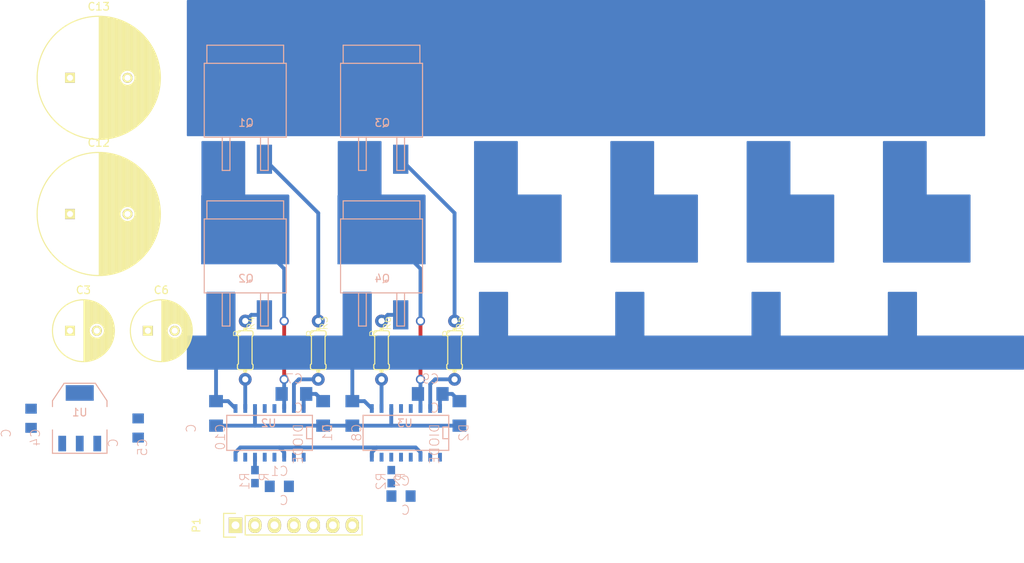
<source format=kicad_pcb>
(kicad_pcb (version 4) (host pcbnew 4.0.3-stable)

  (general
    (links 60)
    (no_connects 27)
    (area 0 0 0 0)
    (thickness 1.6)
    (drawings 0)
    (tracks 72)
    (zones 0)
    (modules 28)
    (nets 25)
  )

  (page A4)
  (layers
    (0 F.Cu signal)
    (31 B.Cu signal)
    (32 B.Adhes user)
    (33 F.Adhes user)
    (34 B.Paste user)
    (35 F.Paste user)
    (36 B.SilkS user)
    (37 F.SilkS user)
    (38 B.Mask user)
    (39 F.Mask user)
    (40 Dwgs.User user)
    (41 Cmts.User user)
    (42 Eco1.User user)
    (43 Eco2.User user)
    (44 Edge.Cuts user)
    (45 Margin user)
    (46 B.CrtYd user)
    (47 F.CrtYd user)
    (48 B.Fab user)
    (49 F.Fab user)
  )

  (setup
    (last_trace_width 0.25)
    (user_trace_width 0.5)
    (user_trace_width 1)
    (trace_clearance 0.2)
    (zone_clearance 0.4)
    (zone_45_only no)
    (trace_min 0.2)
    (segment_width 0.2)
    (edge_width 0.15)
    (via_size 0.6)
    (via_drill 0.4)
    (via_min_size 0.4)
    (via_min_drill 0.3)
    (user_via 1.2 0.8)
    (uvia_size 0.3)
    (uvia_drill 0.1)
    (uvias_allowed no)
    (uvia_min_size 0.2)
    (uvia_min_drill 0.1)
    (pcb_text_width 0.3)
    (pcb_text_size 1.5 1.5)
    (mod_edge_width 0.15)
    (mod_text_size 1 1)
    (mod_text_width 0.15)
    (pad_size 1.524 1.524)
    (pad_drill 0.762)
    (pad_to_mask_clearance 0.2)
    (aux_axis_origin 0 0)
    (visible_elements 7FFFFFFF)
    (pcbplotparams
      (layerselection 0x01000_80000000)
      (usegerberextensions false)
      (excludeedgelayer true)
      (linewidth 0.100000)
      (plotframeref false)
      (viasonmask false)
      (mode 1)
      (useauxorigin false)
      (hpglpennumber 1)
      (hpglpenspeed 20)
      (hpglpendiameter 15)
      (hpglpenoverlay 2)
      (psnegative false)
      (psa4output false)
      (plotreference true)
      (plotvalue true)
      (plotinvisibletext false)
      (padsonsilk false)
      (subtractmaskfromsilk false)
      (outputformat 1)
      (mirror false)
      (drillshape 0)
      (scaleselection 1)
      (outputdirectory ""))
  )

  (net 0 "")
  (net 1 +5V)
  (net 2 GND)
  (net 3 GNDPWR)
  (net 4 +BATT)
  (net 5 /GD_PS)
  (net 6 "Net-(C7-Pad2)")
  (net 7 "Net-(C9-Pad2)")
  (net 8 /~EN)
  (net 9 "Net-(Q1-PadG)")
  (net 10 "Net-(Q2-PadG)")
  (net 11 "Net-(Q3-PadG)")
  (net 12 "Net-(Q4-PadG)")
  (net 13 "Net-(R1-Pad1)")
  (net 14 "Net-(R2-Pad1)")
  (net 15 "Net-(R3-Pad2)")
  (net 16 "Net-(R4-Pad2)")
  (net 17 "Net-(R5-Pad2)")
  (net 18 "Net-(R6-Pad2)")
  (net 19 "Net-(C7-Pad1)")
  (net 20 "Net-(C9-Pad1)")
  (net 21 "Net-(C14-Pad2)")
  (net 22 "Net-(C16-Pad2)")
  (net 23 "Net-(C18-Pad2)")
  (net 24 "Net-(C20-Pad2)")

  (net_class Default "これは標準のネット クラスです。"
    (clearance 0.2)
    (trace_width 0.25)
    (via_dia 0.6)
    (via_drill 0.4)
    (uvia_dia 0.3)
    (uvia_drill 0.1)
    (add_net +5V)
    (add_net +BATT)
    (add_net /GD_PS)
    (add_net /~EN)
    (add_net GND)
    (add_net GNDPWR)
    (add_net "Net-(C7-Pad1)")
    (add_net "Net-(C7-Pad2)")
    (add_net "Net-(C9-Pad1)")
    (add_net "Net-(C9-Pad2)")
    (add_net "Net-(Q1-PadG)")
    (add_net "Net-(Q2-PadG)")
    (add_net "Net-(Q3-PadG)")
    (add_net "Net-(Q4-PadG)")
    (add_net "Net-(R1-Pad1)")
    (add_net "Net-(R2-Pad1)")
    (add_net "Net-(R3-Pad2)")
    (add_net "Net-(R4-Pad2)")
    (add_net "Net-(R5-Pad2)")
    (add_net "Net-(R6-Pad2)")
  )

  (module Capacitors_ThroughHole:C_Radial_D8_L11.5_P3.5 (layer F.Cu) (tedit 0) (tstamp 57771982)
    (at 0 45.72)
    (descr "Radial Electrolytic Capacitor Diameter 8mm x Length 11.5mm, Pitch 3.5mm")
    (tags "Electrolytic Capacitor")
    (path /57771BB3)
    (fp_text reference C3 (at 1.75 -5.3) (layer F.SilkS)
      (effects (font (size 1 1) (thickness 0.15)))
    )
    (fp_text value C (at 1.75 5.3) (layer F.Fab)
      (effects (font (size 1 1) (thickness 0.15)))
    )
    (fp_line (start 1.825 -3.999) (end 1.825 3.999) (layer F.SilkS) (width 0.15))
    (fp_line (start 1.965 -3.994) (end 1.965 3.994) (layer F.SilkS) (width 0.15))
    (fp_line (start 2.105 -3.984) (end 2.105 3.984) (layer F.SilkS) (width 0.15))
    (fp_line (start 2.245 -3.969) (end 2.245 3.969) (layer F.SilkS) (width 0.15))
    (fp_line (start 2.385 -3.949) (end 2.385 3.949) (layer F.SilkS) (width 0.15))
    (fp_line (start 2.525 -3.924) (end 2.525 -0.222) (layer F.SilkS) (width 0.15))
    (fp_line (start 2.525 0.222) (end 2.525 3.924) (layer F.SilkS) (width 0.15))
    (fp_line (start 2.665 -3.894) (end 2.665 -0.55) (layer F.SilkS) (width 0.15))
    (fp_line (start 2.665 0.55) (end 2.665 3.894) (layer F.SilkS) (width 0.15))
    (fp_line (start 2.805 -3.858) (end 2.805 -0.719) (layer F.SilkS) (width 0.15))
    (fp_line (start 2.805 0.719) (end 2.805 3.858) (layer F.SilkS) (width 0.15))
    (fp_line (start 2.945 -3.817) (end 2.945 -0.832) (layer F.SilkS) (width 0.15))
    (fp_line (start 2.945 0.832) (end 2.945 3.817) (layer F.SilkS) (width 0.15))
    (fp_line (start 3.085 -3.771) (end 3.085 -0.91) (layer F.SilkS) (width 0.15))
    (fp_line (start 3.085 0.91) (end 3.085 3.771) (layer F.SilkS) (width 0.15))
    (fp_line (start 3.225 -3.718) (end 3.225 -0.961) (layer F.SilkS) (width 0.15))
    (fp_line (start 3.225 0.961) (end 3.225 3.718) (layer F.SilkS) (width 0.15))
    (fp_line (start 3.365 -3.659) (end 3.365 -0.991) (layer F.SilkS) (width 0.15))
    (fp_line (start 3.365 0.991) (end 3.365 3.659) (layer F.SilkS) (width 0.15))
    (fp_line (start 3.505 -3.594) (end 3.505 -1) (layer F.SilkS) (width 0.15))
    (fp_line (start 3.505 1) (end 3.505 3.594) (layer F.SilkS) (width 0.15))
    (fp_line (start 3.645 -3.523) (end 3.645 -0.989) (layer F.SilkS) (width 0.15))
    (fp_line (start 3.645 0.989) (end 3.645 3.523) (layer F.SilkS) (width 0.15))
    (fp_line (start 3.785 -3.444) (end 3.785 -0.959) (layer F.SilkS) (width 0.15))
    (fp_line (start 3.785 0.959) (end 3.785 3.444) (layer F.SilkS) (width 0.15))
    (fp_line (start 3.925 -3.357) (end 3.925 -0.905) (layer F.SilkS) (width 0.15))
    (fp_line (start 3.925 0.905) (end 3.925 3.357) (layer F.SilkS) (width 0.15))
    (fp_line (start 4.065 -3.262) (end 4.065 -0.825) (layer F.SilkS) (width 0.15))
    (fp_line (start 4.065 0.825) (end 4.065 3.262) (layer F.SilkS) (width 0.15))
    (fp_line (start 4.205 -3.158) (end 4.205 -0.709) (layer F.SilkS) (width 0.15))
    (fp_line (start 4.205 0.709) (end 4.205 3.158) (layer F.SilkS) (width 0.15))
    (fp_line (start 4.345 -3.044) (end 4.345 -0.535) (layer F.SilkS) (width 0.15))
    (fp_line (start 4.345 0.535) (end 4.345 3.044) (layer F.SilkS) (width 0.15))
    (fp_line (start 4.485 -2.919) (end 4.485 -0.173) (layer F.SilkS) (width 0.15))
    (fp_line (start 4.485 0.173) (end 4.485 2.919) (layer F.SilkS) (width 0.15))
    (fp_line (start 4.625 -2.781) (end 4.625 2.781) (layer F.SilkS) (width 0.15))
    (fp_line (start 4.765 -2.629) (end 4.765 2.629) (layer F.SilkS) (width 0.15))
    (fp_line (start 4.905 -2.459) (end 4.905 2.459) (layer F.SilkS) (width 0.15))
    (fp_line (start 5.045 -2.268) (end 5.045 2.268) (layer F.SilkS) (width 0.15))
    (fp_line (start 5.185 -2.05) (end 5.185 2.05) (layer F.SilkS) (width 0.15))
    (fp_line (start 5.325 -1.794) (end 5.325 1.794) (layer F.SilkS) (width 0.15))
    (fp_line (start 5.465 -1.483) (end 5.465 1.483) (layer F.SilkS) (width 0.15))
    (fp_line (start 5.605 -1.067) (end 5.605 1.067) (layer F.SilkS) (width 0.15))
    (fp_line (start 5.745 -0.2) (end 5.745 0.2) (layer F.SilkS) (width 0.15))
    (fp_circle (center 3.5 0) (end 3.5 -1) (layer F.SilkS) (width 0.15))
    (fp_circle (center 1.75 0) (end 1.75 -4.0375) (layer F.SilkS) (width 0.15))
    (fp_circle (center 1.75 0) (end 1.75 -4.3) (layer F.CrtYd) (width 0.05))
    (pad 2 thru_hole circle (at 3.5 0) (size 1.3 1.3) (drill 0.8) (layers *.Cu *.Mask F.SilkS)
      (net 3 GNDPWR))
    (pad 1 thru_hole rect (at 0 0) (size 1.3 1.3) (drill 0.8) (layers *.Cu *.Mask F.SilkS)
      (net 4 +BATT))
    (model Capacitors_ThroughHole.3dshapes/C_Radial_D8_L11.5_P3.5.wrl
      (at (xyz 0 0 0))
      (scale (xyz 1 1 1))
      (rotate (xyz 0 0 0))
    )
  )

  (module Pin_Headers:Pin_Header_Straight_1x07 (layer F.Cu) (tedit 0) (tstamp 57772168)
    (at 21.59 71.12 90)
    (descr "Through hole pin header")
    (tags "pin header")
    (path /5777E0F7)
    (fp_text reference P1 (at 0 -5.1 90) (layer F.SilkS)
      (effects (font (size 1 1) (thickness 0.15)))
    )
    (fp_text value CONN_01X07 (at 0 -3.1 90) (layer F.Fab)
      (effects (font (size 1 1) (thickness 0.15)))
    )
    (fp_line (start -1.75 -1.75) (end -1.75 17) (layer F.CrtYd) (width 0.05))
    (fp_line (start 1.75 -1.75) (end 1.75 17) (layer F.CrtYd) (width 0.05))
    (fp_line (start -1.75 -1.75) (end 1.75 -1.75) (layer F.CrtYd) (width 0.05))
    (fp_line (start -1.75 17) (end 1.75 17) (layer F.CrtYd) (width 0.05))
    (fp_line (start 1.27 1.27) (end 1.27 16.51) (layer F.SilkS) (width 0.15))
    (fp_line (start 1.27 16.51) (end -1.27 16.51) (layer F.SilkS) (width 0.15))
    (fp_line (start -1.27 16.51) (end -1.27 1.27) (layer F.SilkS) (width 0.15))
    (fp_line (start 1.55 -1.55) (end 1.55 0) (layer F.SilkS) (width 0.15))
    (fp_line (start 1.27 1.27) (end -1.27 1.27) (layer F.SilkS) (width 0.15))
    (fp_line (start -1.55 0) (end -1.55 -1.55) (layer F.SilkS) (width 0.15))
    (fp_line (start -1.55 -1.55) (end 1.55 -1.55) (layer F.SilkS) (width 0.15))
    (pad 1 thru_hole rect (at 0 0 90) (size 2.032 1.7272) (drill 1.016) (layers *.Cu *.Mask F.SilkS))
    (pad 2 thru_hole oval (at 0 2.54 90) (size 2.032 1.7272) (drill 1.016) (layers *.Cu *.Mask F.SilkS)
      (net 1 +5V))
    (pad 3 thru_hole oval (at 0 5.08 90) (size 2.032 1.7272) (drill 1.016) (layers *.Cu *.Mask F.SilkS)
      (net 2 GND))
    (pad 4 thru_hole oval (at 0 7.62 90) (size 2.032 1.7272) (drill 1.016) (layers *.Cu *.Mask F.SilkS))
    (pad 5 thru_hole oval (at 0 10.16 90) (size 2.032 1.7272) (drill 1.016) (layers *.Cu *.Mask F.SilkS)
      (net 8 /~EN))
    (pad 6 thru_hole oval (at 0 12.7 90) (size 2.032 1.7272) (drill 1.016) (layers *.Cu *.Mask F.SilkS))
    (pad 7 thru_hole oval (at 0 15.24 90) (size 2.032 1.7272) (drill 1.016) (layers *.Cu *.Mask F.SilkS))
    (model Pin_Headers.3dshapes/Pin_Header_Straight_1x07.wrl
      (at (xyz 0 -0.3 0))
      (scale (xyz 1 1 1))
      (rotate (xyz 0 0 90))
    )
  )

  (module Capacitors_ThroughHole:C_Radial_D8_L11.5_P3.5 (layer F.Cu) (tedit 0) (tstamp 57771E8B)
    (at 10.16 45.72)
    (descr "Radial Electrolytic Capacitor Diameter 8mm x Length 11.5mm, Pitch 3.5mm")
    (tags "Electrolytic Capacitor")
    (path /57771B7C)
    (fp_text reference C6 (at 1.75 -5.3) (layer F.SilkS)
      (effects (font (size 1 1) (thickness 0.15)))
    )
    (fp_text value C (at 1.75 5.3) (layer F.Fab)
      (effects (font (size 1 1) (thickness 0.15)))
    )
    (fp_line (start 1.825 -3.999) (end 1.825 3.999) (layer F.SilkS) (width 0.15))
    (fp_line (start 1.965 -3.994) (end 1.965 3.994) (layer F.SilkS) (width 0.15))
    (fp_line (start 2.105 -3.984) (end 2.105 3.984) (layer F.SilkS) (width 0.15))
    (fp_line (start 2.245 -3.969) (end 2.245 3.969) (layer F.SilkS) (width 0.15))
    (fp_line (start 2.385 -3.949) (end 2.385 3.949) (layer F.SilkS) (width 0.15))
    (fp_line (start 2.525 -3.924) (end 2.525 -0.222) (layer F.SilkS) (width 0.15))
    (fp_line (start 2.525 0.222) (end 2.525 3.924) (layer F.SilkS) (width 0.15))
    (fp_line (start 2.665 -3.894) (end 2.665 -0.55) (layer F.SilkS) (width 0.15))
    (fp_line (start 2.665 0.55) (end 2.665 3.894) (layer F.SilkS) (width 0.15))
    (fp_line (start 2.805 -3.858) (end 2.805 -0.719) (layer F.SilkS) (width 0.15))
    (fp_line (start 2.805 0.719) (end 2.805 3.858) (layer F.SilkS) (width 0.15))
    (fp_line (start 2.945 -3.817) (end 2.945 -0.832) (layer F.SilkS) (width 0.15))
    (fp_line (start 2.945 0.832) (end 2.945 3.817) (layer F.SilkS) (width 0.15))
    (fp_line (start 3.085 -3.771) (end 3.085 -0.91) (layer F.SilkS) (width 0.15))
    (fp_line (start 3.085 0.91) (end 3.085 3.771) (layer F.SilkS) (width 0.15))
    (fp_line (start 3.225 -3.718) (end 3.225 -0.961) (layer F.SilkS) (width 0.15))
    (fp_line (start 3.225 0.961) (end 3.225 3.718) (layer F.SilkS) (width 0.15))
    (fp_line (start 3.365 -3.659) (end 3.365 -0.991) (layer F.SilkS) (width 0.15))
    (fp_line (start 3.365 0.991) (end 3.365 3.659) (layer F.SilkS) (width 0.15))
    (fp_line (start 3.505 -3.594) (end 3.505 -1) (layer F.SilkS) (width 0.15))
    (fp_line (start 3.505 1) (end 3.505 3.594) (layer F.SilkS) (width 0.15))
    (fp_line (start 3.645 -3.523) (end 3.645 -0.989) (layer F.SilkS) (width 0.15))
    (fp_line (start 3.645 0.989) (end 3.645 3.523) (layer F.SilkS) (width 0.15))
    (fp_line (start 3.785 -3.444) (end 3.785 -0.959) (layer F.SilkS) (width 0.15))
    (fp_line (start 3.785 0.959) (end 3.785 3.444) (layer F.SilkS) (width 0.15))
    (fp_line (start 3.925 -3.357) (end 3.925 -0.905) (layer F.SilkS) (width 0.15))
    (fp_line (start 3.925 0.905) (end 3.925 3.357) (layer F.SilkS) (width 0.15))
    (fp_line (start 4.065 -3.262) (end 4.065 -0.825) (layer F.SilkS) (width 0.15))
    (fp_line (start 4.065 0.825) (end 4.065 3.262) (layer F.SilkS) (width 0.15))
    (fp_line (start 4.205 -3.158) (end 4.205 -0.709) (layer F.SilkS) (width 0.15))
    (fp_line (start 4.205 0.709) (end 4.205 3.158) (layer F.SilkS) (width 0.15))
    (fp_line (start 4.345 -3.044) (end 4.345 -0.535) (layer F.SilkS) (width 0.15))
    (fp_line (start 4.345 0.535) (end 4.345 3.044) (layer F.SilkS) (width 0.15))
    (fp_line (start 4.485 -2.919) (end 4.485 -0.173) (layer F.SilkS) (width 0.15))
    (fp_line (start 4.485 0.173) (end 4.485 2.919) (layer F.SilkS) (width 0.15))
    (fp_line (start 4.625 -2.781) (end 4.625 2.781) (layer F.SilkS) (width 0.15))
    (fp_line (start 4.765 -2.629) (end 4.765 2.629) (layer F.SilkS) (width 0.15))
    (fp_line (start 4.905 -2.459) (end 4.905 2.459) (layer F.SilkS) (width 0.15))
    (fp_line (start 5.045 -2.268) (end 5.045 2.268) (layer F.SilkS) (width 0.15))
    (fp_line (start 5.185 -2.05) (end 5.185 2.05) (layer F.SilkS) (width 0.15))
    (fp_line (start 5.325 -1.794) (end 5.325 1.794) (layer F.SilkS) (width 0.15))
    (fp_line (start 5.465 -1.483) (end 5.465 1.483) (layer F.SilkS) (width 0.15))
    (fp_line (start 5.605 -1.067) (end 5.605 1.067) (layer F.SilkS) (width 0.15))
    (fp_line (start 5.745 -0.2) (end 5.745 0.2) (layer F.SilkS) (width 0.15))
    (fp_circle (center 3.5 0) (end 3.5 -1) (layer F.SilkS) (width 0.15))
    (fp_circle (center 1.75 0) (end 1.75 -4.0375) (layer F.SilkS) (width 0.15))
    (fp_circle (center 1.75 0) (end 1.75 -4.3) (layer F.CrtYd) (width 0.05))
    (pad 2 thru_hole circle (at 3.5 0) (size 1.3 1.3) (drill 0.8) (layers *.Cu *.Mask F.SilkS)
      (net 3 GNDPWR))
    (pad 1 thru_hole rect (at 0 0) (size 1.3 1.3) (drill 0.8) (layers *.Cu *.Mask F.SilkS)
      (net 5 /GD_PS))
    (model Capacitors_ThroughHole.3dshapes/C_Radial_D8_L11.5_P3.5.wrl
      (at (xyz 0 0 0))
      (scale (xyz 1 1 1))
      (rotate (xyz 0 0 0))
    )
  )

  (module RP_KiCAD_Libs:C2012 (layer B.Cu) (tedit 0) (tstamp 57771976)
    (at 27.305 66.04 180)
    (descr <b>CAPACITOR</b>)
    (path /57775AA5)
    (fp_text reference C1 (at -1.27 1.27 180) (layer B.SilkS)
      (effects (font (size 1.2065 1.2065) (thickness 0.1016)) (justify left bottom mirror))
    )
    (fp_text value C (at -1.27 -2.54 180) (layer B.SilkS)
      (effects (font (size 1.2065 1.2065) (thickness 0.1016)) (justify left bottom mirror))
    )
    (fp_line (start -0.381 0.66) (end 0.381 0.66) (layer Dwgs.User) (width 0.1016))
    (fp_line (start -0.356 -0.66) (end 0.381 -0.66) (layer Dwgs.User) (width 0.1016))
    (fp_poly (pts (xy -1.0922 -0.7239) (xy -0.3421 -0.7239) (xy -0.3421 0.7262) (xy -1.0922 0.7262)) (layer Dwgs.User) (width 0))
    (fp_poly (pts (xy 0.3556 -0.7239) (xy 1.1057 -0.7239) (xy 1.1057 0.7262) (xy 0.3556 0.7262)) (layer Dwgs.User) (width 0))
    (fp_poly (pts (xy -0.1001 -0.4001) (xy 0.1001 -0.4001) (xy 0.1001 0.4001) (xy -0.1001 0.4001)) (layer B.Adhes) (width 0))
    (pad 1 smd rect (at -1.25 0 180) (size 1.3 1.5) (layers B.Cu B.Paste B.Mask)
      (net 1 +5V))
    (pad 2 smd rect (at 1.25 0 180) (size 1.3 1.5) (layers B.Cu B.Paste B.Mask)
      (net 2 GND))
    (model Resistors_SMD.3dshapes/R_0805.wrl
      (at (xyz 0 0 0))
      (scale (xyz 1 1 1))
      (rotate (xyz 0 0 0))
    )
  )

  (module RP_KiCAD_Libs:C2012 (layer B.Cu) (tedit 0) (tstamp 5777197C)
    (at 43.18 67.31 180)
    (descr <b>CAPACITOR</b>)
    (path /57775CDF)
    (fp_text reference C2 (at -1.27 1.27 180) (layer B.SilkS)
      (effects (font (size 1.2065 1.2065) (thickness 0.1016)) (justify left bottom mirror))
    )
    (fp_text value C (at -1.27 -2.54 180) (layer B.SilkS)
      (effects (font (size 1.2065 1.2065) (thickness 0.1016)) (justify left bottom mirror))
    )
    (fp_line (start -0.381 0.66) (end 0.381 0.66) (layer Dwgs.User) (width 0.1016))
    (fp_line (start -0.356 -0.66) (end 0.381 -0.66) (layer Dwgs.User) (width 0.1016))
    (fp_poly (pts (xy -1.0922 -0.7239) (xy -0.3421 -0.7239) (xy -0.3421 0.7262) (xy -1.0922 0.7262)) (layer Dwgs.User) (width 0))
    (fp_poly (pts (xy 0.3556 -0.7239) (xy 1.1057 -0.7239) (xy 1.1057 0.7262) (xy 0.3556 0.7262)) (layer Dwgs.User) (width 0))
    (fp_poly (pts (xy -0.1001 -0.4001) (xy 0.1001 -0.4001) (xy 0.1001 0.4001) (xy -0.1001 0.4001)) (layer B.Adhes) (width 0))
    (pad 1 smd rect (at -1.25 0 180) (size 1.3 1.5) (layers B.Cu B.Paste B.Mask)
      (net 1 +5V))
    (pad 2 smd rect (at 1.25 0 180) (size 1.3 1.5) (layers B.Cu B.Paste B.Mask)
      (net 2 GND))
    (model Resistors_SMD.3dshapes/R_0805.wrl
      (at (xyz 0 0 0))
      (scale (xyz 1 1 1))
      (rotate (xyz 0 0 0))
    )
  )

  (module RP_KiCAD_Libs:C2012 (layer B.Cu) (tedit 0) (tstamp 57771988)
    (at -5.08 57.15 90)
    (descr <b>CAPACITOR</b>)
    (path /57771AE2)
    (fp_text reference C4 (at -1.27 1.27 90) (layer B.SilkS)
      (effects (font (size 1.2065 1.2065) (thickness 0.1016)) (justify left bottom mirror))
    )
    (fp_text value C (at -1.27 -2.54 90) (layer B.SilkS)
      (effects (font (size 1.2065 1.2065) (thickness 0.1016)) (justify left bottom mirror))
    )
    (fp_line (start -0.381 0.66) (end 0.381 0.66) (layer Dwgs.User) (width 0.1016))
    (fp_line (start -0.356 -0.66) (end 0.381 -0.66) (layer Dwgs.User) (width 0.1016))
    (fp_poly (pts (xy -1.0922 -0.7239) (xy -0.3421 -0.7239) (xy -0.3421 0.7262) (xy -1.0922 0.7262)) (layer Dwgs.User) (width 0))
    (fp_poly (pts (xy 0.3556 -0.7239) (xy 1.1057 -0.7239) (xy 1.1057 0.7262) (xy 0.3556 0.7262)) (layer Dwgs.User) (width 0))
    (fp_poly (pts (xy -0.1001 -0.4001) (xy 0.1001 -0.4001) (xy 0.1001 0.4001) (xy -0.1001 0.4001)) (layer B.Adhes) (width 0))
    (pad 1 smd rect (at -1.25 0 90) (size 1.3 1.5) (layers B.Cu B.Paste B.Mask)
      (net 4 +BATT))
    (pad 2 smd rect (at 1.25 0 90) (size 1.3 1.5) (layers B.Cu B.Paste B.Mask)
      (net 3 GNDPWR))
    (model Resistors_SMD.3dshapes/R_0805.wrl
      (at (xyz 0 0 0))
      (scale (xyz 1 1 1))
      (rotate (xyz 0 0 0))
    )
  )

  (module RP_KiCAD_Libs:C2012 (layer B.Cu) (tedit 0) (tstamp 5777198E)
    (at 8.89 58.42 90)
    (descr <b>CAPACITOR</b>)
    (path /57771A9B)
    (fp_text reference C5 (at -1.27 1.27 90) (layer B.SilkS)
      (effects (font (size 1.2065 1.2065) (thickness 0.1016)) (justify left bottom mirror))
    )
    (fp_text value C (at -1.27 -2.54 90) (layer B.SilkS)
      (effects (font (size 1.2065 1.2065) (thickness 0.1016)) (justify left bottom mirror))
    )
    (fp_line (start -0.381 0.66) (end 0.381 0.66) (layer Dwgs.User) (width 0.1016))
    (fp_line (start -0.356 -0.66) (end 0.381 -0.66) (layer Dwgs.User) (width 0.1016))
    (fp_poly (pts (xy -1.0922 -0.7239) (xy -0.3421 -0.7239) (xy -0.3421 0.7262) (xy -1.0922 0.7262)) (layer Dwgs.User) (width 0))
    (fp_poly (pts (xy 0.3556 -0.7239) (xy 1.1057 -0.7239) (xy 1.1057 0.7262) (xy 0.3556 0.7262)) (layer Dwgs.User) (width 0))
    (fp_poly (pts (xy -0.1001 -0.4001) (xy 0.1001 -0.4001) (xy 0.1001 0.4001) (xy -0.1001 0.4001)) (layer B.Adhes) (width 0))
    (pad 1 smd rect (at -1.25 0 90) (size 1.3 1.5) (layers B.Cu B.Paste B.Mask)
      (net 5 /GD_PS))
    (pad 2 smd rect (at 1.25 0 90) (size 1.3 1.5) (layers B.Cu B.Paste B.Mask)
      (net 3 GNDPWR))
    (model Resistors_SMD.3dshapes/R_0805.wrl
      (at (xyz 0 0 0))
      (scale (xyz 1 1 1))
      (rotate (xyz 0 0 0))
    )
  )

  (module RP_KiCAD_Libs:C3216 (layer B.Cu) (tedit 0) (tstamp 5777199A)
    (at 29.21 53.975 180)
    (descr <b>CAPACITOR</b>)
    (path /57771256)
    (fp_text reference C7 (at -1.27 1.27 180) (layer B.SilkS)
      (effects (font (size 1.2065 1.2065) (thickness 0.1016)) (justify left bottom mirror))
    )
    (fp_text value C (at -1.27 -2.54 180) (layer B.SilkS)
      (effects (font (size 1.2065 1.2065) (thickness 0.1016)) (justify left bottom mirror))
    )
    (fp_line (start -0.965 0.787) (end 0.965 0.787) (layer Dwgs.User) (width 0.1016))
    (fp_line (start -0.965 -0.787) (end 0.965 -0.787) (layer Dwgs.User) (width 0.1016))
    (fp_poly (pts (xy -1.7018 -0.8509) (xy -0.9517 -0.8509) (xy -0.9517 0.8491) (xy -1.7018 0.8491)) (layer Dwgs.User) (width 0))
    (fp_poly (pts (xy 0.9517 -0.8491) (xy 1.7018 -0.8491) (xy 1.7018 0.8509) (xy 0.9517 0.8509)) (layer Dwgs.User) (width 0))
    (fp_poly (pts (xy -0.3 -0.5001) (xy 0.3 -0.5001) (xy 0.3 0.5001) (xy -0.3 0.5001)) (layer B.Adhes) (width 0))
    (pad 1 smd rect (at -1.6 0 180) (size 1.6 1.8) (layers B.Cu B.Paste B.Mask)
      (net 19 "Net-(C7-Pad1)"))
    (pad 2 smd rect (at 1.6 0 180) (size 1.6 1.8) (layers B.Cu B.Paste B.Mask)
      (net 6 "Net-(C7-Pad2)"))
    (model Resistors_SMD.3dshapes/R_1206.wrl
      (at (xyz 0 0 0))
      (scale (xyz 1 1 1))
      (rotate (xyz 0 0 0))
    )
  )

  (module RP_KiCAD_Libs:C3216 (layer B.Cu) (tedit 0) (tstamp 577719A0)
    (at 36.83 56.515 90)
    (descr <b>CAPACITOR</b>)
    (path /577712BD)
    (fp_text reference C8 (at -1.27 1.27 90) (layer B.SilkS)
      (effects (font (size 1.2065 1.2065) (thickness 0.1016)) (justify left bottom mirror))
    )
    (fp_text value C (at -1.27 -2.54 90) (layer B.SilkS)
      (effects (font (size 1.2065 1.2065) (thickness 0.1016)) (justify left bottom mirror))
    )
    (fp_line (start -0.965 0.787) (end 0.965 0.787) (layer Dwgs.User) (width 0.1016))
    (fp_line (start -0.965 -0.787) (end 0.965 -0.787) (layer Dwgs.User) (width 0.1016))
    (fp_poly (pts (xy -1.7018 -0.8509) (xy -0.9517 -0.8509) (xy -0.9517 0.8491) (xy -1.7018 0.8491)) (layer Dwgs.User) (width 0))
    (fp_poly (pts (xy 0.9517 -0.8491) (xy 1.7018 -0.8491) (xy 1.7018 0.8509) (xy 0.9517 0.8509)) (layer Dwgs.User) (width 0))
    (fp_poly (pts (xy -0.3 -0.5001) (xy 0.3 -0.5001) (xy 0.3 0.5001) (xy -0.3 0.5001)) (layer B.Adhes) (width 0))
    (pad 1 smd rect (at -1.6 0 90) (size 1.6 1.8) (layers B.Cu B.Paste B.Mask)
      (net 5 /GD_PS))
    (pad 2 smd rect (at 1.6 0 90) (size 1.6 1.8) (layers B.Cu B.Paste B.Mask)
      (net 3 GNDPWR))
    (model Resistors_SMD.3dshapes/R_1206.wrl
      (at (xyz 0 0 0))
      (scale (xyz 1 1 1))
      (rotate (xyz 0 0 0))
    )
  )

  (module RP_KiCAD_Libs:C3216 (layer B.Cu) (tedit 0) (tstamp 577719A6)
    (at 46.99 53.975 180)
    (descr <b>CAPACITOR</b>)
    (path /57773B87)
    (fp_text reference C9 (at -1.27 1.27 180) (layer B.SilkS)
      (effects (font (size 1.2065 1.2065) (thickness 0.1016)) (justify left bottom mirror))
    )
    (fp_text value C (at -1.27 -2.54 180) (layer B.SilkS)
      (effects (font (size 1.2065 1.2065) (thickness 0.1016)) (justify left bottom mirror))
    )
    (fp_line (start -0.965 0.787) (end 0.965 0.787) (layer Dwgs.User) (width 0.1016))
    (fp_line (start -0.965 -0.787) (end 0.965 -0.787) (layer Dwgs.User) (width 0.1016))
    (fp_poly (pts (xy -1.7018 -0.8509) (xy -0.9517 -0.8509) (xy -0.9517 0.8491) (xy -1.7018 0.8491)) (layer Dwgs.User) (width 0))
    (fp_poly (pts (xy 0.9517 -0.8491) (xy 1.7018 -0.8491) (xy 1.7018 0.8509) (xy 0.9517 0.8509)) (layer Dwgs.User) (width 0))
    (fp_poly (pts (xy -0.3 -0.5001) (xy 0.3 -0.5001) (xy 0.3 0.5001) (xy -0.3 0.5001)) (layer B.Adhes) (width 0))
    (pad 1 smd rect (at -1.6 0 180) (size 1.6 1.8) (layers B.Cu B.Paste B.Mask)
      (net 20 "Net-(C9-Pad1)"))
    (pad 2 smd rect (at 1.6 0 180) (size 1.6 1.8) (layers B.Cu B.Paste B.Mask)
      (net 7 "Net-(C9-Pad2)"))
    (model Resistors_SMD.3dshapes/R_1206.wrl
      (at (xyz 0 0 0))
      (scale (xyz 1 1 1))
      (rotate (xyz 0 0 0))
    )
  )

  (module RP_KiCAD_Libs:C3216 (layer B.Cu) (tedit 0) (tstamp 577719AC)
    (at 19.05 56.515 90)
    (descr <b>CAPACITOR</b>)
    (path /57773B9B)
    (fp_text reference C10 (at -1.27 1.27 90) (layer B.SilkS)
      (effects (font (size 1.2065 1.2065) (thickness 0.1016)) (justify left bottom mirror))
    )
    (fp_text value C (at -1.27 -2.54 90) (layer B.SilkS)
      (effects (font (size 1.2065 1.2065) (thickness 0.1016)) (justify left bottom mirror))
    )
    (fp_line (start -0.965 0.787) (end 0.965 0.787) (layer Dwgs.User) (width 0.1016))
    (fp_line (start -0.965 -0.787) (end 0.965 -0.787) (layer Dwgs.User) (width 0.1016))
    (fp_poly (pts (xy -1.7018 -0.8509) (xy -0.9517 -0.8509) (xy -0.9517 0.8491) (xy -1.7018 0.8491)) (layer Dwgs.User) (width 0))
    (fp_poly (pts (xy 0.9517 -0.8491) (xy 1.7018 -0.8491) (xy 1.7018 0.8509) (xy 0.9517 0.8509)) (layer Dwgs.User) (width 0))
    (fp_poly (pts (xy -0.3 -0.5001) (xy 0.3 -0.5001) (xy 0.3 0.5001) (xy -0.3 0.5001)) (layer B.Adhes) (width 0))
    (pad 1 smd rect (at -1.6 0 90) (size 1.6 1.8) (layers B.Cu B.Paste B.Mask)
      (net 5 /GD_PS))
    (pad 2 smd rect (at 1.6 0 90) (size 1.6 1.8) (layers B.Cu B.Paste B.Mask)
      (net 3 GNDPWR))
    (model Resistors_SMD.3dshapes/R_1206.wrl
      (at (xyz 0 0 0))
      (scale (xyz 1 1 1))
      (rotate (xyz 0 0 0))
    )
  )

  (module Capacitors_ThroughHole:C_Radial_D16_L30_P7.5 (layer F.Cu) (tedit 0) (tstamp 577719B8)
    (at 0 30.48)
    (descr "Radial Electrolytic Capacitor Diameter 16mm x Length 25mm, Pitch 7.5mm")
    (tags "Electrolytic Capacitor")
    (path /57776ABB)
    (fp_text reference C12 (at 3.75 -9.3) (layer F.SilkS)
      (effects (font (size 1 1) (thickness 0.15)))
    )
    (fp_text value C (at 3.75 9.3) (layer F.Fab)
      (effects (font (size 1 1) (thickness 0.15)))
    )
    (fp_line (start 3.825 -8) (end 3.825 8) (layer F.SilkS) (width 0.15))
    (fp_line (start 3.965 -7.997) (end 3.965 7.997) (layer F.SilkS) (width 0.15))
    (fp_line (start 4.105 -7.992) (end 4.105 7.992) (layer F.SilkS) (width 0.15))
    (fp_line (start 4.245 -7.985) (end 4.245 7.985) (layer F.SilkS) (width 0.15))
    (fp_line (start 4.385 -7.975) (end 4.385 7.975) (layer F.SilkS) (width 0.15))
    (fp_line (start 4.525 -7.962) (end 4.525 7.962) (layer F.SilkS) (width 0.15))
    (fp_line (start 4.665 -7.948) (end 4.665 7.948) (layer F.SilkS) (width 0.15))
    (fp_line (start 4.805 -7.93) (end 4.805 7.93) (layer F.SilkS) (width 0.15))
    (fp_line (start 4.945 -7.91) (end 4.945 7.91) (layer F.SilkS) (width 0.15))
    (fp_line (start 5.085 -7.888) (end 5.085 7.888) (layer F.SilkS) (width 0.15))
    (fp_line (start 5.225 -7.863) (end 5.225 7.863) (layer F.SilkS) (width 0.15))
    (fp_line (start 5.365 -7.835) (end 5.365 7.835) (layer F.SilkS) (width 0.15))
    (fp_line (start 5.505 -7.805) (end 5.505 7.805) (layer F.SilkS) (width 0.15))
    (fp_line (start 5.645 -7.772) (end 5.645 7.772) (layer F.SilkS) (width 0.15))
    (fp_line (start 5.785 -7.737) (end 5.785 7.737) (layer F.SilkS) (width 0.15))
    (fp_line (start 5.925 -7.699) (end 5.925 7.699) (layer F.SilkS) (width 0.15))
    (fp_line (start 6.065 -7.658) (end 6.065 7.658) (layer F.SilkS) (width 0.15))
    (fp_line (start 6.205 -7.614) (end 6.205 7.614) (layer F.SilkS) (width 0.15))
    (fp_line (start 6.345 -7.567) (end 6.345 7.567) (layer F.SilkS) (width 0.15))
    (fp_line (start 6.485 -7.518) (end 6.485 7.518) (layer F.SilkS) (width 0.15))
    (fp_line (start 6.625 -7.466) (end 6.625 -0.484) (layer F.SilkS) (width 0.15))
    (fp_line (start 6.625 0.484) (end 6.625 7.466) (layer F.SilkS) (width 0.15))
    (fp_line (start 6.765 -7.41) (end 6.765 -0.678) (layer F.SilkS) (width 0.15))
    (fp_line (start 6.765 0.678) (end 6.765 7.41) (layer F.SilkS) (width 0.15))
    (fp_line (start 6.905 -7.352) (end 6.905 -0.804) (layer F.SilkS) (width 0.15))
    (fp_line (start 6.905 0.804) (end 6.905 7.352) (layer F.SilkS) (width 0.15))
    (fp_line (start 7.045 -7.29) (end 7.045 -0.89) (layer F.SilkS) (width 0.15))
    (fp_line (start 7.045 0.89) (end 7.045 7.29) (layer F.SilkS) (width 0.15))
    (fp_line (start 7.185 -7.225) (end 7.185 -0.949) (layer F.SilkS) (width 0.15))
    (fp_line (start 7.185 0.949) (end 7.185 7.225) (layer F.SilkS) (width 0.15))
    (fp_line (start 7.325 -7.157) (end 7.325 -0.985) (layer F.SilkS) (width 0.15))
    (fp_line (start 7.325 0.985) (end 7.325 7.157) (layer F.SilkS) (width 0.15))
    (fp_line (start 7.465 -7.085) (end 7.465 -0.999) (layer F.SilkS) (width 0.15))
    (fp_line (start 7.465 0.999) (end 7.465 7.085) (layer F.SilkS) (width 0.15))
    (fp_line (start 7.605 -7.01) (end 7.605 -0.994) (layer F.SilkS) (width 0.15))
    (fp_line (start 7.605 0.994) (end 7.605 7.01) (layer F.SilkS) (width 0.15))
    (fp_line (start 7.745 -6.931) (end 7.745 -0.97) (layer F.SilkS) (width 0.15))
    (fp_line (start 7.745 0.97) (end 7.745 6.931) (layer F.SilkS) (width 0.15))
    (fp_line (start 7.885 -6.848) (end 7.885 -0.923) (layer F.SilkS) (width 0.15))
    (fp_line (start 7.885 0.923) (end 7.885 6.848) (layer F.SilkS) (width 0.15))
    (fp_line (start 8.025 -6.762) (end 8.025 -0.851) (layer F.SilkS) (width 0.15))
    (fp_line (start 8.025 0.851) (end 8.025 6.762) (layer F.SilkS) (width 0.15))
    (fp_line (start 8.165 -6.671) (end 8.165 -0.747) (layer F.SilkS) (width 0.15))
    (fp_line (start 8.165 0.747) (end 8.165 6.671) (layer F.SilkS) (width 0.15))
    (fp_line (start 8.305 -6.577) (end 8.305 -0.593) (layer F.SilkS) (width 0.15))
    (fp_line (start 8.305 0.593) (end 8.305 6.577) (layer F.SilkS) (width 0.15))
    (fp_line (start 8.445 -6.477) (end 8.445 -0.327) (layer F.SilkS) (width 0.15))
    (fp_line (start 8.445 0.327) (end 8.445 6.477) (layer F.SilkS) (width 0.15))
    (fp_line (start 8.585 -6.374) (end 8.585 6.374) (layer F.SilkS) (width 0.15))
    (fp_line (start 8.725 -6.265) (end 8.725 6.265) (layer F.SilkS) (width 0.15))
    (fp_line (start 8.865 -6.151) (end 8.865 6.151) (layer F.SilkS) (width 0.15))
    (fp_line (start 9.005 -6.032) (end 9.005 6.032) (layer F.SilkS) (width 0.15))
    (fp_line (start 9.145 -5.907) (end 9.145 5.907) (layer F.SilkS) (width 0.15))
    (fp_line (start 9.285 -5.776) (end 9.285 5.776) (layer F.SilkS) (width 0.15))
    (fp_line (start 9.425 -5.639) (end 9.425 5.639) (layer F.SilkS) (width 0.15))
    (fp_line (start 9.565 -5.494) (end 9.565 5.494) (layer F.SilkS) (width 0.15))
    (fp_line (start 9.705 -5.342) (end 9.705 5.342) (layer F.SilkS) (width 0.15))
    (fp_line (start 9.845 -5.182) (end 9.845 5.182) (layer F.SilkS) (width 0.15))
    (fp_line (start 9.985 -5.012) (end 9.985 5.012) (layer F.SilkS) (width 0.15))
    (fp_line (start 10.125 -4.833) (end 10.125 4.833) (layer F.SilkS) (width 0.15))
    (fp_line (start 10.265 -4.643) (end 10.265 4.643) (layer F.SilkS) (width 0.15))
    (fp_line (start 10.405 -4.44) (end 10.405 4.44) (layer F.SilkS) (width 0.15))
    (fp_line (start 10.545 -4.222) (end 10.545 4.222) (layer F.SilkS) (width 0.15))
    (fp_line (start 10.685 -3.988) (end 10.685 3.988) (layer F.SilkS) (width 0.15))
    (fp_line (start 10.825 -3.734) (end 10.825 3.734) (layer F.SilkS) (width 0.15))
    (fp_line (start 10.965 -3.456) (end 10.965 3.456) (layer F.SilkS) (width 0.15))
    (fp_line (start 11.105 -3.147) (end 11.105 3.147) (layer F.SilkS) (width 0.15))
    (fp_line (start 11.245 -2.797) (end 11.245 2.797) (layer F.SilkS) (width 0.15))
    (fp_line (start 11.385 -2.389) (end 11.385 2.389) (layer F.SilkS) (width 0.15))
    (fp_line (start 11.525 -1.884) (end 11.525 1.884) (layer F.SilkS) (width 0.15))
    (fp_line (start 11.665 -1.163) (end 11.665 1.163) (layer F.SilkS) (width 0.15))
    (fp_circle (center 7.5 0) (end 7.5 -1) (layer F.SilkS) (width 0.15))
    (fp_circle (center 3.75 0) (end 3.75 -8.0375) (layer F.SilkS) (width 0.15))
    (fp_circle (center 3.75 0) (end 3.75 -8.3) (layer F.CrtYd) (width 0.05))
    (pad 1 thru_hole rect (at 0 0) (size 1.3 1.3) (drill 0.8) (layers *.Cu *.Mask F.SilkS)
      (net 4 +BATT))
    (pad 2 thru_hole circle (at 7.5 0) (size 1.3 1.3) (drill 0.8) (layers *.Cu *.Mask F.SilkS)
      (net 3 GNDPWR))
    (model Capacitors_ThroughHole.3dshapes/C_Radial_D16_L30_P7.5.wrl
      (at (xyz 0.147638 0 0))
      (scale (xyz 1 1 1))
      (rotate (xyz 0 0 90))
    )
  )

  (module Capacitors_ThroughHole:C_Radial_D16_L30_P7.5 (layer F.Cu) (tedit 0) (tstamp 577719BE)
    (at 0 12.7)
    (descr "Radial Electrolytic Capacitor Diameter 16mm x Length 25mm, Pitch 7.5mm")
    (tags "Electrolytic Capacitor")
    (path /57776B24)
    (fp_text reference C13 (at 3.75 -9.3) (layer F.SilkS)
      (effects (font (size 1 1) (thickness 0.15)))
    )
    (fp_text value C (at 3.75 9.3) (layer F.Fab)
      (effects (font (size 1 1) (thickness 0.15)))
    )
    (fp_line (start 3.825 -8) (end 3.825 8) (layer F.SilkS) (width 0.15))
    (fp_line (start 3.965 -7.997) (end 3.965 7.997) (layer F.SilkS) (width 0.15))
    (fp_line (start 4.105 -7.992) (end 4.105 7.992) (layer F.SilkS) (width 0.15))
    (fp_line (start 4.245 -7.985) (end 4.245 7.985) (layer F.SilkS) (width 0.15))
    (fp_line (start 4.385 -7.975) (end 4.385 7.975) (layer F.SilkS) (width 0.15))
    (fp_line (start 4.525 -7.962) (end 4.525 7.962) (layer F.SilkS) (width 0.15))
    (fp_line (start 4.665 -7.948) (end 4.665 7.948) (layer F.SilkS) (width 0.15))
    (fp_line (start 4.805 -7.93) (end 4.805 7.93) (layer F.SilkS) (width 0.15))
    (fp_line (start 4.945 -7.91) (end 4.945 7.91) (layer F.SilkS) (width 0.15))
    (fp_line (start 5.085 -7.888) (end 5.085 7.888) (layer F.SilkS) (width 0.15))
    (fp_line (start 5.225 -7.863) (end 5.225 7.863) (layer F.SilkS) (width 0.15))
    (fp_line (start 5.365 -7.835) (end 5.365 7.835) (layer F.SilkS) (width 0.15))
    (fp_line (start 5.505 -7.805) (end 5.505 7.805) (layer F.SilkS) (width 0.15))
    (fp_line (start 5.645 -7.772) (end 5.645 7.772) (layer F.SilkS) (width 0.15))
    (fp_line (start 5.785 -7.737) (end 5.785 7.737) (layer F.SilkS) (width 0.15))
    (fp_line (start 5.925 -7.699) (end 5.925 7.699) (layer F.SilkS) (width 0.15))
    (fp_line (start 6.065 -7.658) (end 6.065 7.658) (layer F.SilkS) (width 0.15))
    (fp_line (start 6.205 -7.614) (end 6.205 7.614) (layer F.SilkS) (width 0.15))
    (fp_line (start 6.345 -7.567) (end 6.345 7.567) (layer F.SilkS) (width 0.15))
    (fp_line (start 6.485 -7.518) (end 6.485 7.518) (layer F.SilkS) (width 0.15))
    (fp_line (start 6.625 -7.466) (end 6.625 -0.484) (layer F.SilkS) (width 0.15))
    (fp_line (start 6.625 0.484) (end 6.625 7.466) (layer F.SilkS) (width 0.15))
    (fp_line (start 6.765 -7.41) (end 6.765 -0.678) (layer F.SilkS) (width 0.15))
    (fp_line (start 6.765 0.678) (end 6.765 7.41) (layer F.SilkS) (width 0.15))
    (fp_line (start 6.905 -7.352) (end 6.905 -0.804) (layer F.SilkS) (width 0.15))
    (fp_line (start 6.905 0.804) (end 6.905 7.352) (layer F.SilkS) (width 0.15))
    (fp_line (start 7.045 -7.29) (end 7.045 -0.89) (layer F.SilkS) (width 0.15))
    (fp_line (start 7.045 0.89) (end 7.045 7.29) (layer F.SilkS) (width 0.15))
    (fp_line (start 7.185 -7.225) (end 7.185 -0.949) (layer F.SilkS) (width 0.15))
    (fp_line (start 7.185 0.949) (end 7.185 7.225) (layer F.SilkS) (width 0.15))
    (fp_line (start 7.325 -7.157) (end 7.325 -0.985) (layer F.SilkS) (width 0.15))
    (fp_line (start 7.325 0.985) (end 7.325 7.157) (layer F.SilkS) (width 0.15))
    (fp_line (start 7.465 -7.085) (end 7.465 -0.999) (layer F.SilkS) (width 0.15))
    (fp_line (start 7.465 0.999) (end 7.465 7.085) (layer F.SilkS) (width 0.15))
    (fp_line (start 7.605 -7.01) (end 7.605 -0.994) (layer F.SilkS) (width 0.15))
    (fp_line (start 7.605 0.994) (end 7.605 7.01) (layer F.SilkS) (width 0.15))
    (fp_line (start 7.745 -6.931) (end 7.745 -0.97) (layer F.SilkS) (width 0.15))
    (fp_line (start 7.745 0.97) (end 7.745 6.931) (layer F.SilkS) (width 0.15))
    (fp_line (start 7.885 -6.848) (end 7.885 -0.923) (layer F.SilkS) (width 0.15))
    (fp_line (start 7.885 0.923) (end 7.885 6.848) (layer F.SilkS) (width 0.15))
    (fp_line (start 8.025 -6.762) (end 8.025 -0.851) (layer F.SilkS) (width 0.15))
    (fp_line (start 8.025 0.851) (end 8.025 6.762) (layer F.SilkS) (width 0.15))
    (fp_line (start 8.165 -6.671) (end 8.165 -0.747) (layer F.SilkS) (width 0.15))
    (fp_line (start 8.165 0.747) (end 8.165 6.671) (layer F.SilkS) (width 0.15))
    (fp_line (start 8.305 -6.577) (end 8.305 -0.593) (layer F.SilkS) (width 0.15))
    (fp_line (start 8.305 0.593) (end 8.305 6.577) (layer F.SilkS) (width 0.15))
    (fp_line (start 8.445 -6.477) (end 8.445 -0.327) (layer F.SilkS) (width 0.15))
    (fp_line (start 8.445 0.327) (end 8.445 6.477) (layer F.SilkS) (width 0.15))
    (fp_line (start 8.585 -6.374) (end 8.585 6.374) (layer F.SilkS) (width 0.15))
    (fp_line (start 8.725 -6.265) (end 8.725 6.265) (layer F.SilkS) (width 0.15))
    (fp_line (start 8.865 -6.151) (end 8.865 6.151) (layer F.SilkS) (width 0.15))
    (fp_line (start 9.005 -6.032) (end 9.005 6.032) (layer F.SilkS) (width 0.15))
    (fp_line (start 9.145 -5.907) (end 9.145 5.907) (layer F.SilkS) (width 0.15))
    (fp_line (start 9.285 -5.776) (end 9.285 5.776) (layer F.SilkS) (width 0.15))
    (fp_line (start 9.425 -5.639) (end 9.425 5.639) (layer F.SilkS) (width 0.15))
    (fp_line (start 9.565 -5.494) (end 9.565 5.494) (layer F.SilkS) (width 0.15))
    (fp_line (start 9.705 -5.342) (end 9.705 5.342) (layer F.SilkS) (width 0.15))
    (fp_line (start 9.845 -5.182) (end 9.845 5.182) (layer F.SilkS) (width 0.15))
    (fp_line (start 9.985 -5.012) (end 9.985 5.012) (layer F.SilkS) (width 0.15))
    (fp_line (start 10.125 -4.833) (end 10.125 4.833) (layer F.SilkS) (width 0.15))
    (fp_line (start 10.265 -4.643) (end 10.265 4.643) (layer F.SilkS) (width 0.15))
    (fp_line (start 10.405 -4.44) (end 10.405 4.44) (layer F.SilkS) (width 0.15))
    (fp_line (start 10.545 -4.222) (end 10.545 4.222) (layer F.SilkS) (width 0.15))
    (fp_line (start 10.685 -3.988) (end 10.685 3.988) (layer F.SilkS) (width 0.15))
    (fp_line (start 10.825 -3.734) (end 10.825 3.734) (layer F.SilkS) (width 0.15))
    (fp_line (start 10.965 -3.456) (end 10.965 3.456) (layer F.SilkS) (width 0.15))
    (fp_line (start 11.105 -3.147) (end 11.105 3.147) (layer F.SilkS) (width 0.15))
    (fp_line (start 11.245 -2.797) (end 11.245 2.797) (layer F.SilkS) (width 0.15))
    (fp_line (start 11.385 -2.389) (end 11.385 2.389) (layer F.SilkS) (width 0.15))
    (fp_line (start 11.525 -1.884) (end 11.525 1.884) (layer F.SilkS) (width 0.15))
    (fp_line (start 11.665 -1.163) (end 11.665 1.163) (layer F.SilkS) (width 0.15))
    (fp_circle (center 7.5 0) (end 7.5 -1) (layer F.SilkS) (width 0.15))
    (fp_circle (center 3.75 0) (end 3.75 -8.0375) (layer F.SilkS) (width 0.15))
    (fp_circle (center 3.75 0) (end 3.75 -8.3) (layer F.CrtYd) (width 0.05))
    (pad 1 thru_hole rect (at 0 0) (size 1.3 1.3) (drill 0.8) (layers *.Cu *.Mask F.SilkS)
      (net 4 +BATT))
    (pad 2 thru_hole circle (at 7.5 0) (size 1.3 1.3) (drill 0.8) (layers *.Cu *.Mask F.SilkS)
      (net 3 GNDPWR))
    (model Capacitors_ThroughHole.3dshapes/C_Radial_D16_L30_P7.5.wrl
      (at (xyz 0.147638 0 0))
      (scale (xyz 1 1 1))
      (rotate (xyz 0 0 90))
    )
  )

  (module TO_SOT_Packages_SMD:D2-PAK (layer B.Cu) (tedit 57657D5D) (tstamp 577719EA)
    (at 22.86 17.78 180)
    (descr SOT404)
    (path /5777117E)
    (attr smd)
    (fp_text reference Q1 (at -0.09906 -0.8001 180) (layer B.SilkS)
      (effects (font (size 1 1) (thickness 0.15)) (justify mirror))
    )
    (fp_text value MOSFET_N (at -0.20066 -1.09982 180) (layer B.Fab)
      (effects (font (size 1 1) (thickness 0.15)) (justify mirror))
    )
    (fp_line (start -5.0038 6.9723) (end -5.0038 9.3345) (layer B.SilkS) (width 0.15))
    (fp_line (start -5.0038 9.3345) (end 5.0038 9.3345) (layer B.SilkS) (width 0.15))
    (fp_line (start 5.0038 9.3345) (end 5.0038 6.9723) (layer B.SilkS) (width 0.15))
    (fp_line (start 2.9972 -7.0104) (end 2.9972 -2.6797) (layer B.SilkS) (width 0.15))
    (fp_line (start 1.9939 -7.0104) (end 2.9972 -7.0104) (layer B.SilkS) (width 0.15))
    (fp_line (start 1.9939 -2.6797) (end 1.9939 -7.0104) (layer B.SilkS) (width 0.15))
    (fp_line (start -2.9972 -2.6797) (end -2.9972 -7.0104) (layer B.SilkS) (width 0.15))
    (fp_line (start -2.9972 -7.0104) (end -1.9939 -7.0104) (layer B.SilkS) (width 0.15))
    (fp_line (start -1.9939 -7.0104) (end -1.9939 -2.6797) (layer B.SilkS) (width 0.15))
    (fp_line (start -5.3467 6.9723) (end 5.3467 6.9723) (layer B.SilkS) (width 0.15))
    (fp_line (start 5.3467 6.9723) (end 5.3467 -2.6797) (layer B.SilkS) (width 0.15))
    (fp_line (start 5.3467 -2.6797) (end -5.3467 -2.6797) (layer B.SilkS) (width 0.15))
    (fp_line (start -5.3467 -2.6797) (end -5.3467 6.9723) (layer B.SilkS) (width 0.15))
    (pad G smd rect (at -2.49936 -5.5499 180) (size 1.99898 3.79984) (layers B.Cu B.Paste B.Mask)
      (net 9 "Net-(Q1-PadG)"))
    (pad S smd rect (at 2.49936 -5.5499 180) (size 1.99898 3.79984) (layers B.Cu B.Paste B.Mask)
      (net 6 "Net-(C7-Pad2)"))
    (pad D smd rect (at 0 5.5499 180) (size 11.50112 8.99922) (layers B.Cu B.Paste B.Mask)
      (net 4 +BATT))
    (model TO_SOT_Packages_SMD.3dshapes/SOT-404.wrl
      (at (xyz 0 0 0))
      (scale (xyz 1 1 1))
      (rotate (xyz 0 0 0))
    )
  )

  (module TO_SOT_Packages_SMD:D2-PAK (layer B.Cu) (tedit 57657D5D) (tstamp 577719F1)
    (at 22.86 38.1 180)
    (descr SOT404)
    (path /577711F5)
    (attr smd)
    (fp_text reference Q2 (at -0.09906 -0.8001 180) (layer B.SilkS)
      (effects (font (size 1 1) (thickness 0.15)) (justify mirror))
    )
    (fp_text value MOSFET_N (at -0.20066 -1.09982 180) (layer B.Fab)
      (effects (font (size 1 1) (thickness 0.15)) (justify mirror))
    )
    (fp_line (start -5.0038 6.9723) (end -5.0038 9.3345) (layer B.SilkS) (width 0.15))
    (fp_line (start -5.0038 9.3345) (end 5.0038 9.3345) (layer B.SilkS) (width 0.15))
    (fp_line (start 5.0038 9.3345) (end 5.0038 6.9723) (layer B.SilkS) (width 0.15))
    (fp_line (start 2.9972 -7.0104) (end 2.9972 -2.6797) (layer B.SilkS) (width 0.15))
    (fp_line (start 1.9939 -7.0104) (end 2.9972 -7.0104) (layer B.SilkS) (width 0.15))
    (fp_line (start 1.9939 -2.6797) (end 1.9939 -7.0104) (layer B.SilkS) (width 0.15))
    (fp_line (start -2.9972 -2.6797) (end -2.9972 -7.0104) (layer B.SilkS) (width 0.15))
    (fp_line (start -2.9972 -7.0104) (end -1.9939 -7.0104) (layer B.SilkS) (width 0.15))
    (fp_line (start -1.9939 -7.0104) (end -1.9939 -2.6797) (layer B.SilkS) (width 0.15))
    (fp_line (start -5.3467 6.9723) (end 5.3467 6.9723) (layer B.SilkS) (width 0.15))
    (fp_line (start 5.3467 6.9723) (end 5.3467 -2.6797) (layer B.SilkS) (width 0.15))
    (fp_line (start 5.3467 -2.6797) (end -5.3467 -2.6797) (layer B.SilkS) (width 0.15))
    (fp_line (start -5.3467 -2.6797) (end -5.3467 6.9723) (layer B.SilkS) (width 0.15))
    (pad G smd rect (at -2.49936 -5.5499 180) (size 1.99898 3.79984) (layers B.Cu B.Paste B.Mask)
      (net 10 "Net-(Q2-PadG)"))
    (pad S smd rect (at 2.49936 -5.5499 180) (size 1.99898 3.79984) (layers B.Cu B.Paste B.Mask)
      (net 3 GNDPWR))
    (pad D smd rect (at 0 5.5499 180) (size 11.50112 8.99922) (layers B.Cu B.Paste B.Mask)
      (net 6 "Net-(C7-Pad2)"))
    (model TO_SOT_Packages_SMD.3dshapes/SOT-404.wrl
      (at (xyz 0 0 0))
      (scale (xyz 1 1 1))
      (rotate (xyz 0 0 0))
    )
  )

  (module TO_SOT_Packages_SMD:D2-PAK (layer B.Cu) (tedit 57657D5D) (tstamp 577719F8)
    (at 40.64 17.78 180)
    (descr SOT404)
    (path /57773B7B)
    (attr smd)
    (fp_text reference Q3 (at -0.09906 -0.8001 180) (layer B.SilkS)
      (effects (font (size 1 1) (thickness 0.15)) (justify mirror))
    )
    (fp_text value MOSFET_N (at -0.20066 -1.09982 180) (layer B.Fab)
      (effects (font (size 1 1) (thickness 0.15)) (justify mirror))
    )
    (fp_line (start -5.0038 6.9723) (end -5.0038 9.3345) (layer B.SilkS) (width 0.15))
    (fp_line (start -5.0038 9.3345) (end 5.0038 9.3345) (layer B.SilkS) (width 0.15))
    (fp_line (start 5.0038 9.3345) (end 5.0038 6.9723) (layer B.SilkS) (width 0.15))
    (fp_line (start 2.9972 -7.0104) (end 2.9972 -2.6797) (layer B.SilkS) (width 0.15))
    (fp_line (start 1.9939 -7.0104) (end 2.9972 -7.0104) (layer B.SilkS) (width 0.15))
    (fp_line (start 1.9939 -2.6797) (end 1.9939 -7.0104) (layer B.SilkS) (width 0.15))
    (fp_line (start -2.9972 -2.6797) (end -2.9972 -7.0104) (layer B.SilkS) (width 0.15))
    (fp_line (start -2.9972 -7.0104) (end -1.9939 -7.0104) (layer B.SilkS) (width 0.15))
    (fp_line (start -1.9939 -7.0104) (end -1.9939 -2.6797) (layer B.SilkS) (width 0.15))
    (fp_line (start -5.3467 6.9723) (end 5.3467 6.9723) (layer B.SilkS) (width 0.15))
    (fp_line (start 5.3467 6.9723) (end 5.3467 -2.6797) (layer B.SilkS) (width 0.15))
    (fp_line (start 5.3467 -2.6797) (end -5.3467 -2.6797) (layer B.SilkS) (width 0.15))
    (fp_line (start -5.3467 -2.6797) (end -5.3467 6.9723) (layer B.SilkS) (width 0.15))
    (pad G smd rect (at -2.49936 -5.5499 180) (size 1.99898 3.79984) (layers B.Cu B.Paste B.Mask)
      (net 11 "Net-(Q3-PadG)"))
    (pad S smd rect (at 2.49936 -5.5499 180) (size 1.99898 3.79984) (layers B.Cu B.Paste B.Mask)
      (net 7 "Net-(C9-Pad2)"))
    (pad D smd rect (at 0 5.5499 180) (size 11.50112 8.99922) (layers B.Cu B.Paste B.Mask)
      (net 4 +BATT))
    (model TO_SOT_Packages_SMD.3dshapes/SOT-404.wrl
      (at (xyz 0 0 0))
      (scale (xyz 1 1 1))
      (rotate (xyz 0 0 0))
    )
  )

  (module TO_SOT_Packages_SMD:D2-PAK (layer B.Cu) (tedit 57657D5D) (tstamp 577719FF)
    (at 40.64 38.1 180)
    (descr SOT404)
    (path /57773B81)
    (attr smd)
    (fp_text reference Q4 (at -0.09906 -0.8001 180) (layer B.SilkS)
      (effects (font (size 1 1) (thickness 0.15)) (justify mirror))
    )
    (fp_text value MOSFET_N (at -0.20066 -1.09982 180) (layer B.Fab)
      (effects (font (size 1 1) (thickness 0.15)) (justify mirror))
    )
    (fp_line (start -5.0038 6.9723) (end -5.0038 9.3345) (layer B.SilkS) (width 0.15))
    (fp_line (start -5.0038 9.3345) (end 5.0038 9.3345) (layer B.SilkS) (width 0.15))
    (fp_line (start 5.0038 9.3345) (end 5.0038 6.9723) (layer B.SilkS) (width 0.15))
    (fp_line (start 2.9972 -7.0104) (end 2.9972 -2.6797) (layer B.SilkS) (width 0.15))
    (fp_line (start 1.9939 -7.0104) (end 2.9972 -7.0104) (layer B.SilkS) (width 0.15))
    (fp_line (start 1.9939 -2.6797) (end 1.9939 -7.0104) (layer B.SilkS) (width 0.15))
    (fp_line (start -2.9972 -2.6797) (end -2.9972 -7.0104) (layer B.SilkS) (width 0.15))
    (fp_line (start -2.9972 -7.0104) (end -1.9939 -7.0104) (layer B.SilkS) (width 0.15))
    (fp_line (start -1.9939 -7.0104) (end -1.9939 -2.6797) (layer B.SilkS) (width 0.15))
    (fp_line (start -5.3467 6.9723) (end 5.3467 6.9723) (layer B.SilkS) (width 0.15))
    (fp_line (start 5.3467 6.9723) (end 5.3467 -2.6797) (layer B.SilkS) (width 0.15))
    (fp_line (start 5.3467 -2.6797) (end -5.3467 -2.6797) (layer B.SilkS) (width 0.15))
    (fp_line (start -5.3467 -2.6797) (end -5.3467 6.9723) (layer B.SilkS) (width 0.15))
    (pad G smd rect (at -2.49936 -5.5499 180) (size 1.99898 3.79984) (layers B.Cu B.Paste B.Mask)
      (net 12 "Net-(Q4-PadG)"))
    (pad S smd rect (at 2.49936 -5.5499 180) (size 1.99898 3.79984) (layers B.Cu B.Paste B.Mask)
      (net 3 GNDPWR))
    (pad D smd rect (at 0 5.5499 180) (size 11.50112 8.99922) (layers B.Cu B.Paste B.Mask)
      (net 7 "Net-(C9-Pad2)"))
    (model TO_SOT_Packages_SMD.3dshapes/SOT-404.wrl
      (at (xyz 0 0 0))
      (scale (xyz 1 1 1))
      (rotate (xyz 0 0 0))
    )
  )

  (module RP_KiCAD_Libs:0204_2f7 (layer F.Cu) (tedit 0) (tstamp 57771A11)
    (at 32.385 48.26 270)
    (descr "<b>RESISTOR</b><p>\ntype 0204, grid 7.5 mm")
    (path /57772D8B)
    (fp_text reference R3 (at -2.54 -1.2954 270) (layer F.SilkS)
      (effects (font (size 0.94107 0.94107) (thickness 0.09906)) (justify left bottom))
    )
    (fp_text value R (at -1.6256 0.4826 270) (layer F.SilkS)
      (effects (font (size 0.94107 0.94107) (thickness 0.09906)) (justify left bottom))
    )
    (fp_line (start 3.81 0) (end 2.921 0) (layer Dwgs.User) (width 0.508))
    (fp_line (start -3.81 0) (end -2.921 0) (layer Dwgs.User) (width 0.508))
    (fp_arc (start -2.286 -0.762) (end -2.54 -0.762) (angle 90) (layer F.SilkS) (width 0.1524))
    (fp_arc (start -2.286 0.762) (end -2.54 0.762) (angle -90) (layer F.SilkS) (width 0.1524))
    (fp_arc (start 2.286 0.762) (end 2.286 1.016) (angle -90) (layer F.SilkS) (width 0.1524))
    (fp_arc (start 2.286 -0.762) (end 2.286 -1.016) (angle 90) (layer F.SilkS) (width 0.1524))
    (fp_line (start -2.54 0.762) (end -2.54 -0.762) (layer F.SilkS) (width 0.1524))
    (fp_line (start -2.286 -1.016) (end -1.905 -1.016) (layer F.SilkS) (width 0.1524))
    (fp_line (start -1.778 -0.889) (end -1.905 -1.016) (layer F.SilkS) (width 0.1524))
    (fp_line (start -2.286 1.016) (end -1.905 1.016) (layer F.SilkS) (width 0.1524))
    (fp_line (start -1.778 0.889) (end -1.905 1.016) (layer F.SilkS) (width 0.1524))
    (fp_line (start 1.778 -0.889) (end 1.905 -1.016) (layer F.SilkS) (width 0.1524))
    (fp_line (start 1.778 -0.889) (end -1.778 -0.889) (layer F.SilkS) (width 0.1524))
    (fp_line (start 1.778 0.889) (end 1.905 1.016) (layer F.SilkS) (width 0.1524))
    (fp_line (start 1.778 0.889) (end -1.778 0.889) (layer F.SilkS) (width 0.1524))
    (fp_line (start 2.286 -1.016) (end 1.905 -1.016) (layer F.SilkS) (width 0.1524))
    (fp_line (start 2.286 1.016) (end 1.905 1.016) (layer F.SilkS) (width 0.1524))
    (fp_line (start 2.54 0.762) (end 2.54 -0.762) (layer F.SilkS) (width 0.1524))
    (fp_poly (pts (xy 2.54 0.254) (xy 2.921 0.254) (xy 2.921 -0.254) (xy 2.54 -0.254)) (layer F.SilkS) (width 0))
    (fp_poly (pts (xy -2.921 0.254) (xy -2.54 0.254) (xy -2.54 -0.254) (xy -2.921 -0.254)) (layer F.SilkS) (width 0))
    (pad 1 thru_hole circle (at -3.81 0 270) (size 1.6764 1.6764) (drill 0.8) (layers *.Cu *.Mask)
      (net 9 "Net-(Q1-PadG)"))
    (pad 2 thru_hole circle (at 3.81 0 270) (size 1.6764 1.6764) (drill 0.8) (layers *.Cu *.Mask)
      (net 15 "Net-(R3-Pad2)"))
    (model discret/resistors/horizontal/r_h_820R.wrl
      (at (xyz 0 0 0))
      (scale (xyz 0.3 0.3 0.3))
      (rotate (xyz 0 0 0))
    )
  )

  (module RP_KiCAD_Libs:0204_2f7 (layer F.Cu) (tedit 0) (tstamp 57771A17)
    (at 22.86 48.26 270)
    (descr "<b>RESISTOR</b><p>\ntype 0204, grid 7.5 mm")
    (path /57772DDB)
    (fp_text reference R4 (at -2.54 -1.2954 270) (layer F.SilkS)
      (effects (font (size 0.94107 0.94107) (thickness 0.09906)) (justify left bottom))
    )
    (fp_text value R (at -1.6256 0.4826 270) (layer F.SilkS)
      (effects (font (size 0.94107 0.94107) (thickness 0.09906)) (justify left bottom))
    )
    (fp_line (start 3.81 0) (end 2.921 0) (layer Dwgs.User) (width 0.508))
    (fp_line (start -3.81 0) (end -2.921 0) (layer Dwgs.User) (width 0.508))
    (fp_arc (start -2.286 -0.762) (end -2.54 -0.762) (angle 90) (layer F.SilkS) (width 0.1524))
    (fp_arc (start -2.286 0.762) (end -2.54 0.762) (angle -90) (layer F.SilkS) (width 0.1524))
    (fp_arc (start 2.286 0.762) (end 2.286 1.016) (angle -90) (layer F.SilkS) (width 0.1524))
    (fp_arc (start 2.286 -0.762) (end 2.286 -1.016) (angle 90) (layer F.SilkS) (width 0.1524))
    (fp_line (start -2.54 0.762) (end -2.54 -0.762) (layer F.SilkS) (width 0.1524))
    (fp_line (start -2.286 -1.016) (end -1.905 -1.016) (layer F.SilkS) (width 0.1524))
    (fp_line (start -1.778 -0.889) (end -1.905 -1.016) (layer F.SilkS) (width 0.1524))
    (fp_line (start -2.286 1.016) (end -1.905 1.016) (layer F.SilkS) (width 0.1524))
    (fp_line (start -1.778 0.889) (end -1.905 1.016) (layer F.SilkS) (width 0.1524))
    (fp_line (start 1.778 -0.889) (end 1.905 -1.016) (layer F.SilkS) (width 0.1524))
    (fp_line (start 1.778 -0.889) (end -1.778 -0.889) (layer F.SilkS) (width 0.1524))
    (fp_line (start 1.778 0.889) (end 1.905 1.016) (layer F.SilkS) (width 0.1524))
    (fp_line (start 1.778 0.889) (end -1.778 0.889) (layer F.SilkS) (width 0.1524))
    (fp_line (start 2.286 -1.016) (end 1.905 -1.016) (layer F.SilkS) (width 0.1524))
    (fp_line (start 2.286 1.016) (end 1.905 1.016) (layer F.SilkS) (width 0.1524))
    (fp_line (start 2.54 0.762) (end 2.54 -0.762) (layer F.SilkS) (width 0.1524))
    (fp_poly (pts (xy 2.54 0.254) (xy 2.921 0.254) (xy 2.921 -0.254) (xy 2.54 -0.254)) (layer F.SilkS) (width 0))
    (fp_poly (pts (xy -2.921 0.254) (xy -2.54 0.254) (xy -2.54 -0.254) (xy -2.921 -0.254)) (layer F.SilkS) (width 0))
    (pad 1 thru_hole circle (at -3.81 0 270) (size 1.6764 1.6764) (drill 0.8) (layers *.Cu *.Mask)
      (net 10 "Net-(Q2-PadG)"))
    (pad 2 thru_hole circle (at 3.81 0 270) (size 1.6764 1.6764) (drill 0.8) (layers *.Cu *.Mask)
      (net 16 "Net-(R4-Pad2)"))
    (model discret/resistors/horizontal/r_h_820R.wrl
      (at (xyz 0 0 0))
      (scale (xyz 0.3 0.3 0.3))
      (rotate (xyz 0 0 0))
    )
  )

  (module RP_KiCAD_Libs:0204_2f7 (layer F.Cu) (tedit 0) (tstamp 57771A1D)
    (at 50.165 48.26 270)
    (descr "<b>RESISTOR</b><p>\ntype 0204, grid 7.5 mm")
    (path /57773BBC)
    (fp_text reference R5 (at -2.54 -1.2954 270) (layer F.SilkS)
      (effects (font (size 0.94107 0.94107) (thickness 0.09906)) (justify left bottom))
    )
    (fp_text value R (at -1.6256 0.4826 270) (layer F.SilkS)
      (effects (font (size 0.94107 0.94107) (thickness 0.09906)) (justify left bottom))
    )
    (fp_line (start 3.81 0) (end 2.921 0) (layer Dwgs.User) (width 0.508))
    (fp_line (start -3.81 0) (end -2.921 0) (layer Dwgs.User) (width 0.508))
    (fp_arc (start -2.286 -0.762) (end -2.54 -0.762) (angle 90) (layer F.SilkS) (width 0.1524))
    (fp_arc (start -2.286 0.762) (end -2.54 0.762) (angle -90) (layer F.SilkS) (width 0.1524))
    (fp_arc (start 2.286 0.762) (end 2.286 1.016) (angle -90) (layer F.SilkS) (width 0.1524))
    (fp_arc (start 2.286 -0.762) (end 2.286 -1.016) (angle 90) (layer F.SilkS) (width 0.1524))
    (fp_line (start -2.54 0.762) (end -2.54 -0.762) (layer F.SilkS) (width 0.1524))
    (fp_line (start -2.286 -1.016) (end -1.905 -1.016) (layer F.SilkS) (width 0.1524))
    (fp_line (start -1.778 -0.889) (end -1.905 -1.016) (layer F.SilkS) (width 0.1524))
    (fp_line (start -2.286 1.016) (end -1.905 1.016) (layer F.SilkS) (width 0.1524))
    (fp_line (start -1.778 0.889) (end -1.905 1.016) (layer F.SilkS) (width 0.1524))
    (fp_line (start 1.778 -0.889) (end 1.905 -1.016) (layer F.SilkS) (width 0.1524))
    (fp_line (start 1.778 -0.889) (end -1.778 -0.889) (layer F.SilkS) (width 0.1524))
    (fp_line (start 1.778 0.889) (end 1.905 1.016) (layer F.SilkS) (width 0.1524))
    (fp_line (start 1.778 0.889) (end -1.778 0.889) (layer F.SilkS) (width 0.1524))
    (fp_line (start 2.286 -1.016) (end 1.905 -1.016) (layer F.SilkS) (width 0.1524))
    (fp_line (start 2.286 1.016) (end 1.905 1.016) (layer F.SilkS) (width 0.1524))
    (fp_line (start 2.54 0.762) (end 2.54 -0.762) (layer F.SilkS) (width 0.1524))
    (fp_poly (pts (xy 2.54 0.254) (xy 2.921 0.254) (xy 2.921 -0.254) (xy 2.54 -0.254)) (layer F.SilkS) (width 0))
    (fp_poly (pts (xy -2.921 0.254) (xy -2.54 0.254) (xy -2.54 -0.254) (xy -2.921 -0.254)) (layer F.SilkS) (width 0))
    (pad 1 thru_hole circle (at -3.81 0 270) (size 1.6764 1.6764) (drill 0.8) (layers *.Cu *.Mask)
      (net 11 "Net-(Q3-PadG)"))
    (pad 2 thru_hole circle (at 3.81 0 270) (size 1.6764 1.6764) (drill 0.8) (layers *.Cu *.Mask)
      (net 17 "Net-(R5-Pad2)"))
    (model discret/resistors/horizontal/r_h_820R.wrl
      (at (xyz 0 0 0))
      (scale (xyz 0.3 0.3 0.3))
      (rotate (xyz 0 0 0))
    )
  )

  (module RP_KiCAD_Libs:0204_2f7 (layer F.Cu) (tedit 0) (tstamp 57771A23)
    (at 40.64 48.26 270)
    (descr "<b>RESISTOR</b><p>\ntype 0204, grid 7.5 mm")
    (path /57773BC2)
    (fp_text reference R6 (at -2.54 -1.2954 270) (layer F.SilkS)
      (effects (font (size 0.94107 0.94107) (thickness 0.09906)) (justify left bottom))
    )
    (fp_text value R (at -1.6256 0.4826 270) (layer F.SilkS)
      (effects (font (size 0.94107 0.94107) (thickness 0.09906)) (justify left bottom))
    )
    (fp_line (start 3.81 0) (end 2.921 0) (layer Dwgs.User) (width 0.508))
    (fp_line (start -3.81 0) (end -2.921 0) (layer Dwgs.User) (width 0.508))
    (fp_arc (start -2.286 -0.762) (end -2.54 -0.762) (angle 90) (layer F.SilkS) (width 0.1524))
    (fp_arc (start -2.286 0.762) (end -2.54 0.762) (angle -90) (layer F.SilkS) (width 0.1524))
    (fp_arc (start 2.286 0.762) (end 2.286 1.016) (angle -90) (layer F.SilkS) (width 0.1524))
    (fp_arc (start 2.286 -0.762) (end 2.286 -1.016) (angle 90) (layer F.SilkS) (width 0.1524))
    (fp_line (start -2.54 0.762) (end -2.54 -0.762) (layer F.SilkS) (width 0.1524))
    (fp_line (start -2.286 -1.016) (end -1.905 -1.016) (layer F.SilkS) (width 0.1524))
    (fp_line (start -1.778 -0.889) (end -1.905 -1.016) (layer F.SilkS) (width 0.1524))
    (fp_line (start -2.286 1.016) (end -1.905 1.016) (layer F.SilkS) (width 0.1524))
    (fp_line (start -1.778 0.889) (end -1.905 1.016) (layer F.SilkS) (width 0.1524))
    (fp_line (start 1.778 -0.889) (end 1.905 -1.016) (layer F.SilkS) (width 0.1524))
    (fp_line (start 1.778 -0.889) (end -1.778 -0.889) (layer F.SilkS) (width 0.1524))
    (fp_line (start 1.778 0.889) (end 1.905 1.016) (layer F.SilkS) (width 0.1524))
    (fp_line (start 1.778 0.889) (end -1.778 0.889) (layer F.SilkS) (width 0.1524))
    (fp_line (start 2.286 -1.016) (end 1.905 -1.016) (layer F.SilkS) (width 0.1524))
    (fp_line (start 2.286 1.016) (end 1.905 1.016) (layer F.SilkS) (width 0.1524))
    (fp_line (start 2.54 0.762) (end 2.54 -0.762) (layer F.SilkS) (width 0.1524))
    (fp_poly (pts (xy 2.54 0.254) (xy 2.921 0.254) (xy 2.921 -0.254) (xy 2.54 -0.254)) (layer F.SilkS) (width 0))
    (fp_poly (pts (xy -2.921 0.254) (xy -2.54 0.254) (xy -2.54 -0.254) (xy -2.921 -0.254)) (layer F.SilkS) (width 0))
    (pad 1 thru_hole circle (at -3.81 0 270) (size 1.6764 1.6764) (drill 0.8) (layers *.Cu *.Mask)
      (net 12 "Net-(Q4-PadG)"))
    (pad 2 thru_hole circle (at 3.81 0 270) (size 1.6764 1.6764) (drill 0.8) (layers *.Cu *.Mask)
      (net 18 "Net-(R6-Pad2)"))
    (model discret/resistors/horizontal/r_h_820R.wrl
      (at (xyz 0 0 0))
      (scale (xyz 0.3 0.3 0.3))
      (rotate (xyz 0 0 0))
    )
  )

  (module TO_SOT_Packages_SMD:SOT-223 (layer B.Cu) (tedit 0) (tstamp 57771A31)
    (at 1.27 57.15 180)
    (descr "module CMS SOT223 4 pins")
    (tags "CMS SOT")
    (path /577719DE)
    (attr smd)
    (fp_text reference U1 (at 0 0.762 180) (layer B.SilkS)
      (effects (font (size 1 1) (thickness 0.15)) (justify mirror))
    )
    (fp_text value NCP1117ST12T3G (at 0 -0.762 180) (layer B.Fab)
      (effects (font (size 1 1) (thickness 0.15)) (justify mirror))
    )
    (fp_line (start -3.556 -1.524) (end -3.556 -4.572) (layer B.SilkS) (width 0.15))
    (fp_line (start -3.556 -4.572) (end 3.556 -4.572) (layer B.SilkS) (width 0.15))
    (fp_line (start 3.556 -4.572) (end 3.556 -1.524) (layer B.SilkS) (width 0.15))
    (fp_line (start -3.556 1.524) (end -3.556 2.286) (layer B.SilkS) (width 0.15))
    (fp_line (start -3.556 2.286) (end -2.032 4.572) (layer B.SilkS) (width 0.15))
    (fp_line (start -2.032 4.572) (end 2.032 4.572) (layer B.SilkS) (width 0.15))
    (fp_line (start 2.032 4.572) (end 3.556 2.286) (layer B.SilkS) (width 0.15))
    (fp_line (start 3.556 2.286) (end 3.556 1.524) (layer B.SilkS) (width 0.15))
    (pad 4 smd rect (at 0 3.302 180) (size 3.6576 2.032) (layers B.Cu B.Paste B.Mask))
    (pad 2 smd rect (at 0 -3.302 180) (size 1.016 2.032) (layers B.Cu B.Paste B.Mask)
      (net 5 /GD_PS))
    (pad 3 smd rect (at 2.286 -3.302 180) (size 1.016 2.032) (layers B.Cu B.Paste B.Mask)
      (net 4 +BATT))
    (pad 1 smd rect (at -2.286 -3.302 180) (size 1.016 2.032) (layers B.Cu B.Paste B.Mask)
      (net 3 GNDPWR))
    (model TO_SOT_Packages_SMD.3dshapes/SOT-223.wrl
      (at (xyz 0 0 0))
      (scale (xyz 0.4 0.4 0.4))
      (rotate (xyz 0 0 0))
    )
  )

  (module SMD_Packages:SO-16-N (layer B.Cu) (tedit 0) (tstamp 57771A45)
    (at 26.035 59.055 180)
    (descr "Module CMS SOJ 16 pins large")
    (tags "CMS SOJ")
    (path /577710FA)
    (attr smd)
    (fp_text reference U2 (at 0.127 1.27 180) (layer B.SilkS)
      (effects (font (size 1 1) (thickness 0.15)) (justify mirror))
    )
    (fp_text value SI8234 (at 0 -1.27 180) (layer B.Fab)
      (effects (font (size 1 1) (thickness 0.15)) (justify mirror))
    )
    (fp_line (start -5.588 0.762) (end -4.826 0.762) (layer B.SilkS) (width 0.15))
    (fp_line (start -4.826 0.762) (end -4.826 -0.762) (layer B.SilkS) (width 0.15))
    (fp_line (start -4.826 -0.762) (end -5.588 -0.762) (layer B.SilkS) (width 0.15))
    (fp_line (start 5.588 2.286) (end 5.588 -2.286) (layer B.SilkS) (width 0.15))
    (fp_line (start 5.588 -2.286) (end -5.588 -2.286) (layer B.SilkS) (width 0.15))
    (fp_line (start -5.588 -2.286) (end -5.588 2.286) (layer B.SilkS) (width 0.15))
    (fp_line (start -5.588 2.286) (end 5.588 2.286) (layer B.SilkS) (width 0.15))
    (pad 16 smd rect (at -4.445 3.175 180) (size 0.508 1.143) (layers B.Cu B.Paste B.Mask)
      (net 19 "Net-(C7-Pad1)"))
    (pad 14 smd rect (at -1.905 3.175 180) (size 0.508 1.143) (layers B.Cu B.Paste B.Mask)
      (net 6 "Net-(C7-Pad2)"))
    (pad 13 smd rect (at -0.635 3.175 180) (size 0.508 1.143) (layers B.Cu B.Paste B.Mask))
    (pad 12 smd rect (at 0.635 3.175 180) (size 0.508 1.143) (layers B.Cu B.Paste B.Mask))
    (pad 11 smd rect (at 1.905 3.175 180) (size 0.508 1.143) (layers B.Cu B.Paste B.Mask)
      (net 5 /GD_PS))
    (pad 10 smd rect (at 3.175 3.175 180) (size 0.508 1.143) (layers B.Cu B.Paste B.Mask)
      (net 16 "Net-(R4-Pad2)"))
    (pad 9 smd rect (at 4.445 3.175 180) (size 0.508 1.143) (layers B.Cu B.Paste B.Mask)
      (net 3 GNDPWR))
    (pad 8 smd rect (at 4.445 -3.175 180) (size 0.508 1.143) (layers B.Cu B.Paste B.Mask)
      (net 1 +5V))
    (pad 7 smd rect (at 3.175 -3.175 180) (size 0.508 1.143) (layers B.Cu B.Paste B.Mask))
    (pad 6 smd rect (at 1.905 -3.175 180) (size 0.508 1.143) (layers B.Cu B.Paste B.Mask)
      (net 13 "Net-(R1-Pad1)"))
    (pad 5 smd rect (at 0.635 -3.175 180) (size 0.508 1.143) (layers B.Cu B.Paste B.Mask)
      (net 8 /~EN))
    (pad 4 smd rect (at -0.635 -3.175 180) (size 0.508 1.143) (layers B.Cu B.Paste B.Mask)
      (net 2 GND))
    (pad 3 smd rect (at -1.905 -3.175 180) (size 0.508 1.143) (layers B.Cu B.Paste B.Mask)
      (net 1 +5V))
    (pad 2 smd rect (at -3.175 -3.175 180) (size 0.508 1.143) (layers B.Cu B.Paste B.Mask))
    (pad 1 smd rect (at -4.445 -3.175 180) (size 0.508 1.143) (layers B.Cu B.Paste B.Mask))
    (pad 15 smd rect (at -3.175 3.175 180) (size 0.508 1.143) (layers B.Cu B.Paste B.Mask)
      (net 15 "Net-(R3-Pad2)"))
    (model SMD_Packages.3dshapes/SO-16-N.wrl
      (at (xyz 0 0 0))
      (scale (xyz 0.5 0.4 0.5))
      (rotate (xyz 0 0 0))
    )
  )

  (module SMD_Packages:SO-16-N (layer B.Cu) (tedit 0) (tstamp 57771A59)
    (at 43.815 59.055 180)
    (descr "Module CMS SOJ 16 pins large")
    (tags "CMS SOJ")
    (path /57773B75)
    (attr smd)
    (fp_text reference U3 (at 0.127 1.27 180) (layer B.SilkS)
      (effects (font (size 1 1) (thickness 0.15)) (justify mirror))
    )
    (fp_text value SI8234 (at 0 -1.27 180) (layer B.Fab)
      (effects (font (size 1 1) (thickness 0.15)) (justify mirror))
    )
    (fp_line (start -5.588 0.762) (end -4.826 0.762) (layer B.SilkS) (width 0.15))
    (fp_line (start -4.826 0.762) (end -4.826 -0.762) (layer B.SilkS) (width 0.15))
    (fp_line (start -4.826 -0.762) (end -5.588 -0.762) (layer B.SilkS) (width 0.15))
    (fp_line (start 5.588 2.286) (end 5.588 -2.286) (layer B.SilkS) (width 0.15))
    (fp_line (start 5.588 -2.286) (end -5.588 -2.286) (layer B.SilkS) (width 0.15))
    (fp_line (start -5.588 -2.286) (end -5.588 2.286) (layer B.SilkS) (width 0.15))
    (fp_line (start -5.588 2.286) (end 5.588 2.286) (layer B.SilkS) (width 0.15))
    (pad 16 smd rect (at -4.445 3.175 180) (size 0.508 1.143) (layers B.Cu B.Paste B.Mask)
      (net 20 "Net-(C9-Pad1)"))
    (pad 14 smd rect (at -1.905 3.175 180) (size 0.508 1.143) (layers B.Cu B.Paste B.Mask)
      (net 7 "Net-(C9-Pad2)"))
    (pad 13 smd rect (at -0.635 3.175 180) (size 0.508 1.143) (layers B.Cu B.Paste B.Mask))
    (pad 12 smd rect (at 0.635 3.175 180) (size 0.508 1.143) (layers B.Cu B.Paste B.Mask))
    (pad 11 smd rect (at 1.905 3.175 180) (size 0.508 1.143) (layers B.Cu B.Paste B.Mask)
      (net 5 /GD_PS))
    (pad 10 smd rect (at 3.175 3.175 180) (size 0.508 1.143) (layers B.Cu B.Paste B.Mask)
      (net 18 "Net-(R6-Pad2)"))
    (pad 9 smd rect (at 4.445 3.175 180) (size 0.508 1.143) (layers B.Cu B.Paste B.Mask)
      (net 3 GNDPWR))
    (pad 8 smd rect (at 4.445 -3.175 180) (size 0.508 1.143) (layers B.Cu B.Paste B.Mask)
      (net 1 +5V))
    (pad 7 smd rect (at 3.175 -3.175 180) (size 0.508 1.143) (layers B.Cu B.Paste B.Mask))
    (pad 6 smd rect (at 1.905 -3.175 180) (size 0.508 1.143) (layers B.Cu B.Paste B.Mask)
      (net 14 "Net-(R2-Pad1)"))
    (pad 5 smd rect (at 0.635 -3.175 180) (size 0.508 1.143) (layers B.Cu B.Paste B.Mask)
      (net 8 /~EN))
    (pad 4 smd rect (at -0.635 -3.175 180) (size 0.508 1.143) (layers B.Cu B.Paste B.Mask)
      (net 2 GND))
    (pad 3 smd rect (at -1.905 -3.175 180) (size 0.508 1.143) (layers B.Cu B.Paste B.Mask)
      (net 1 +5V))
    (pad 2 smd rect (at -3.175 -3.175 180) (size 0.508 1.143) (layers B.Cu B.Paste B.Mask))
    (pad 1 smd rect (at -4.445 -3.175 180) (size 0.508 1.143) (layers B.Cu B.Paste B.Mask))
    (pad 15 smd rect (at -3.175 3.175 180) (size 0.508 1.143) (layers B.Cu B.Paste B.Mask)
      (net 17 "Net-(R5-Pad2)"))
    (model SMD_Packages.3dshapes/SO-16-N.wrl
      (at (xyz 0 0 0))
      (scale (xyz 0.5 0.4 0.5))
      (rotate (xyz 0 0 0))
    )
  )

  (module RP_KiCAD_Libs:C1608 (layer B.Cu) (tedit 0) (tstamp 57772053)
    (at 24.13 64.77 270)
    (descr <b>CAPACITOR</b>)
    (path /57772BC5)
    (fp_text reference R1 (at -0.635 0.635 270) (layer B.SilkS)
      (effects (font (size 1.2065 1.2065) (thickness 0.1016)) (justify left bottom mirror))
    )
    (fp_text value R (at -0.635 -1.905 270) (layer B.SilkS)
      (effects (font (size 1.2065 1.2065) (thickness 0.1016)) (justify left bottom mirror))
    )
    (fp_line (start -0.356 0.432) (end 0.356 0.432) (layer Dwgs.User) (width 0.1016))
    (fp_line (start -0.356 -0.419) (end 0.356 -0.419) (layer Dwgs.User) (width 0.1016))
    (fp_poly (pts (xy -0.8382 -0.4699) (xy -0.3381 -0.4699) (xy -0.3381 0.4801) (xy -0.8382 0.4801)) (layer Dwgs.User) (width 0))
    (fp_poly (pts (xy 0.3302 -0.4699) (xy 0.8303 -0.4699) (xy 0.8303 0.4801) (xy 0.3302 0.4801)) (layer Dwgs.User) (width 0))
    (fp_poly (pts (xy -0.1999 -0.3) (xy 0.1999 -0.3) (xy 0.1999 0.3) (xy -0.1999 0.3)) (layer B.Adhes) (width 0))
    (pad 1 smd rect (at -0.85 0 270) (size 1.1 1) (layers B.Cu B.Paste B.Mask)
      (net 13 "Net-(R1-Pad1)"))
    (pad 2 smd rect (at 0.85 0 270) (size 1.1 1) (layers B.Cu B.Paste B.Mask)
      (net 2 GND))
    (model Resistors_SMD.3dshapes/R_0603.wrl
      (at (xyz 0 0 0))
      (scale (xyz 1 1 1))
      (rotate (xyz 0 0 0))
    )
  )

  (module RP_KiCAD_Libs:C1608 (layer B.Cu) (tedit 0) (tstamp 57772058)
    (at 41.91 64.77 270)
    (descr <b>CAPACITOR</b>)
    (path /57773BB6)
    (fp_text reference R2 (at -0.635 0.635 270) (layer B.SilkS)
      (effects (font (size 1.2065 1.2065) (thickness 0.1016)) (justify left bottom mirror))
    )
    (fp_text value R (at -0.635 -1.905 270) (layer B.SilkS)
      (effects (font (size 1.2065 1.2065) (thickness 0.1016)) (justify left bottom mirror))
    )
    (fp_line (start -0.356 0.432) (end 0.356 0.432) (layer Dwgs.User) (width 0.1016))
    (fp_line (start -0.356 -0.419) (end 0.356 -0.419) (layer Dwgs.User) (width 0.1016))
    (fp_poly (pts (xy -0.8382 -0.4699) (xy -0.3381 -0.4699) (xy -0.3381 0.4801) (xy -0.8382 0.4801)) (layer Dwgs.User) (width 0))
    (fp_poly (pts (xy 0.3302 -0.4699) (xy 0.8303 -0.4699) (xy 0.8303 0.4801) (xy 0.3302 0.4801)) (layer Dwgs.User) (width 0))
    (fp_poly (pts (xy -0.1999 -0.3) (xy 0.1999 -0.3) (xy 0.1999 0.3) (xy -0.1999 0.3)) (layer B.Adhes) (width 0))
    (pad 1 smd rect (at -0.85 0 270) (size 1.1 1) (layers B.Cu B.Paste B.Mask)
      (net 14 "Net-(R2-Pad1)"))
    (pad 2 smd rect (at 0.85 0 270) (size 1.1 1) (layers B.Cu B.Paste B.Mask)
      (net 2 GND))
    (model Resistors_SMD.3dshapes/R_0603.wrl
      (at (xyz 0 0 0))
      (scale (xyz 1 1 1))
      (rotate (xyz 0 0 0))
    )
  )

  (module RP_KiCAD_Libs:C3216 (layer B.Cu) (tedit 0) (tstamp 579B3539)
    (at 33.02 56.515 90)
    (descr <b>CAPACITOR</b>)
    (path /579B495C)
    (fp_text reference D1 (at -1.27 1.27 90) (layer B.SilkS)
      (effects (font (size 1.2065 1.2065) (thickness 0.1016)) (justify left bottom mirror))
    )
    (fp_text value DIODE (at -1.27 -2.54 90) (layer B.SilkS)
      (effects (font (size 1.2065 1.2065) (thickness 0.1016)) (justify left bottom mirror))
    )
    (fp_line (start -0.965 0.787) (end 0.965 0.787) (layer Dwgs.User) (width 0.1016))
    (fp_line (start -0.965 -0.787) (end 0.965 -0.787) (layer Dwgs.User) (width 0.1016))
    (fp_poly (pts (xy -1.7018 -0.8509) (xy -0.9517 -0.8509) (xy -0.9517 0.8491) (xy -1.7018 0.8491)) (layer Dwgs.User) (width 0))
    (fp_poly (pts (xy 0.9517 -0.8491) (xy 1.7018 -0.8491) (xy 1.7018 0.8509) (xy 0.9517 0.8509)) (layer Dwgs.User) (width 0))
    (fp_poly (pts (xy -0.3 -0.5001) (xy 0.3 -0.5001) (xy 0.3 0.5001) (xy -0.3 0.5001)) (layer B.Adhes) (width 0))
    (pad 1 smd rect (at -1.6 0 90) (size 1.6 1.8) (layers B.Cu B.Paste B.Mask)
      (net 5 /GD_PS))
    (pad 2 smd rect (at 1.6 0 90) (size 1.6 1.8) (layers B.Cu B.Paste B.Mask)
      (net 19 "Net-(C7-Pad1)"))
    (model Resistors_SMD.3dshapes/R_1206.wrl
      (at (xyz 0 0 0))
      (scale (xyz 1 1 1))
      (rotate (xyz 0 0 0))
    )
  )

  (module RP_KiCAD_Libs:C3216 (layer B.Cu) (tedit 0) (tstamp 579B353E)
    (at 50.8 56.515 90)
    (descr <b>CAPACITOR</b>)
    (path /579B48B5)
    (fp_text reference D2 (at -1.27 1.27 90) (layer B.SilkS)
      (effects (font (size 1.2065 1.2065) (thickness 0.1016)) (justify left bottom mirror))
    )
    (fp_text value DIODE (at -1.27 -2.54 90) (layer B.SilkS)
      (effects (font (size 1.2065 1.2065) (thickness 0.1016)) (justify left bottom mirror))
    )
    (fp_line (start -0.965 0.787) (end 0.965 0.787) (layer Dwgs.User) (width 0.1016))
    (fp_line (start -0.965 -0.787) (end 0.965 -0.787) (layer Dwgs.User) (width 0.1016))
    (fp_poly (pts (xy -1.7018 -0.8509) (xy -0.9517 -0.8509) (xy -0.9517 0.8491) (xy -1.7018 0.8491)) (layer Dwgs.User) (width 0))
    (fp_poly (pts (xy 0.9517 -0.8491) (xy 1.7018 -0.8491) (xy 1.7018 0.8509) (xy 0.9517 0.8509)) (layer Dwgs.User) (width 0))
    (fp_poly (pts (xy -0.3 -0.5001) (xy 0.3 -0.5001) (xy 0.3 0.5001) (xy -0.3 0.5001)) (layer B.Adhes) (width 0))
    (pad 1 smd rect (at -1.6 0 90) (size 1.6 1.8) (layers B.Cu B.Paste B.Mask)
      (net 5 /GD_PS))
    (pad 2 smd rect (at 1.6 0 90) (size 1.6 1.8) (layers B.Cu B.Paste B.Mask)
      (net 20 "Net-(C9-Pad1)"))
    (model Resistors_SMD.3dshapes/R_1206.wrl
      (at (xyz 0 0 0))
      (scale (xyz 1 1 1))
      (rotate (xyz 0 0 0))
    )
  )

  (segment (start 27.305 60.96) (end 40.005 60.96) (width 0.5) (layer B.Cu) (net 1))
  (segment (start 21.59 62.23) (end 21.59 61.595) (width 0.5) (layer B.Cu) (net 1))
  (segment (start 27.94 61.595) (end 27.94 62.23) (width 0.5) (layer B.Cu) (net 1) (tstamp 57B219AF))
  (segment (start 27.305 60.96) (end 27.94 61.595) (width 0.5) (layer B.Cu) (net 1) (tstamp 57B219AE))
  (segment (start 22.225 60.96) (end 27.305 60.96) (width 0.5) (layer B.Cu) (net 1) (tstamp 57B219AD))
  (segment (start 21.59 61.595) (end 22.225 60.96) (width 0.5) (layer B.Cu) (net 1) (tstamp 57B219AC))
  (segment (start 39.37 62.23) (end 39.37 61.595) (width 0.5) (layer B.Cu) (net 1))
  (segment (start 39.37 61.595) (end 40.005 60.96) (width 0.5) (layer B.Cu) (net 1) (tstamp 57B2198E))
  (segment (start 45.72 61.595) (end 45.72 62.23) (width 0.5) (layer B.Cu) (net 1) (tstamp 57B21991))
  (segment (start 40.005 60.96) (end 45.085 60.96) (width 0.5) (layer B.Cu) (net 1) (tstamp 57B2198F))
  (segment (start 45.085 60.96) (end 45.72 61.595) (width 0.5) (layer B.Cu) (net 1) (tstamp 57B21990))
  (segment (start 36.83 50.165) (end 19.05 50.165) (width 0.5) (layer B.Cu) (net 3))
  (segment (start 38.14064 43.6499) (end 36.83 44.96054) (width 0.5) (layer B.Cu) (net 3))
  (segment (start 36.83 44.96054) (end 36.83 50.165) (width 0.5) (layer B.Cu) (net 3) (tstamp 57B21693))
  (segment (start 36.83 50.165) (end 36.83 54.915) (width 0.5) (layer B.Cu) (net 3) (tstamp 57B216B2))
  (segment (start 20.36064 43.6499) (end 19.05 44.96054) (width 0.5) (layer B.Cu) (net 3))
  (segment (start 19.05 44.96054) (end 19.05 50.165) (width 0.5) (layer B.Cu) (net 3) (tstamp 57B2168F))
  (segment (start 19.05 50.165) (end 19.05 54.915) (width 0.5) (layer B.Cu) (net 3) (tstamp 57B216B6))
  (segment (start 19.05 54.915) (end 20.625 54.915) (width 0.5) (layer B.Cu) (net 3))
  (segment (start 20.625 54.915) (end 21.59 55.88) (width 0.5) (layer B.Cu) (net 3) (tstamp 57B21541))
  (segment (start 36.83 54.915) (end 38.405 54.915) (width 0.5) (layer B.Cu) (net 3))
  (segment (start 38.405 54.915) (end 39.37 55.88) (width 0.5) (layer B.Cu) (net 3) (tstamp 57B2153E))
  (segment (start 24.13 58.115) (end 24.13 55.88) (width 0.5) (layer B.Cu) (net 5))
  (segment (start 41.91 58.115) (end 41.91 55.88) (width 0.5) (layer B.Cu) (net 5))
  (segment (start 36.83 58.115) (end 41.91 58.115) (width 0.5) (layer B.Cu) (net 5))
  (segment (start 41.91 58.115) (end 50.8 58.115) (width 0.5) (layer B.Cu) (net 5) (tstamp 57B2156B))
  (segment (start 33.02 58.115) (end 36.83 58.115) (width 0.5) (layer B.Cu) (net 5))
  (segment (start 19.05 58.115) (end 24.13 58.115) (width 0.5) (layer B.Cu) (net 5))
  (segment (start 24.13 58.115) (end 33.02 58.115) (width 0.5) (layer B.Cu) (net 5) (tstamp 57B2156F))
  (segment (start 27.61 53.975) (end 27.94 53.645) (width 0.5) (layer B.Cu) (net 6))
  (segment (start 27.94 53.645) (end 27.94 52.07) (width 0.5) (layer B.Cu) (net 6) (tstamp 57B21660))
  (segment (start 27.94 37.6301) (end 22.86 32.5501) (width 0.5) (layer B.Cu) (net 6) (tstamp 57B21666))
  (segment (start 27.94 44.45) (end 27.94 37.6301) (width 0.5) (layer B.Cu) (net 6) (tstamp 57B21665))
  (via (at 27.94 44.45) (size 1.2) (drill 0.8) (layers F.Cu B.Cu) (net 6))
  (segment (start 27.94 52.07) (end 27.94 44.45) (width 0.5) (layer F.Cu) (net 6) (tstamp 57B21662))
  (via (at 27.94 52.07) (size 1.2) (drill 0.8) (layers F.Cu B.Cu) (net 6))
  (segment (start 27.94 55.88) (end 27.94 54.305) (width 0.5) (layer B.Cu) (net 6))
  (segment (start 27.94 54.305) (end 27.61 53.975) (width 0.5) (layer B.Cu) (net 6) (tstamp 57B2151F))
  (segment (start 45.39 53.975) (end 45.72 53.645) (width 0.5) (layer B.Cu) (net 7))
  (segment (start 45.72 53.645) (end 45.72 52.07) (width 0.5) (layer B.Cu) (net 7) (tstamp 57B21656))
  (segment (start 45.72 37.6301) (end 40.64 32.5501) (width 0.5) (layer B.Cu) (net 7) (tstamp 57B2165C))
  (segment (start 45.72 44.45) (end 45.72 37.6301) (width 0.5) (layer B.Cu) (net 7) (tstamp 57B2165B))
  (via (at 45.72 44.45) (size 1.2) (drill 0.8) (layers F.Cu B.Cu) (net 7))
  (segment (start 45.72 52.07) (end 45.72 44.45) (width 0.5) (layer F.Cu) (net 7) (tstamp 57B21658))
  (via (at 45.72 52.07) (size 1.2) (drill 0.8) (layers F.Cu B.Cu) (net 7))
  (segment (start 45.72 55.88) (end 45.72 54.305) (width 0.5) (layer B.Cu) (net 7))
  (segment (start 45.72 54.305) (end 45.39 53.975) (width 0.5) (layer B.Cu) (net 7) (tstamp 57B214FB))
  (segment (start 32.385 44.45) (end 32.385 30.35554) (width 0.5) (layer B.Cu) (net 9))
  (segment (start 32.385 30.35554) (end 25.35936 23.3299) (width 0.5) (layer B.Cu) (net 9) (tstamp 57B215FF))
  (segment (start 22.86 44.45) (end 23.6601 43.6499) (width 0.5) (layer B.Cu) (net 10))
  (segment (start 23.6601 43.6499) (end 25.35936 43.6499) (width 0.5) (layer B.Cu) (net 10) (tstamp 57B21499))
  (segment (start 50.165 44.45) (end 50.165 30.35554) (width 0.5) (layer B.Cu) (net 11))
  (segment (start 50.165 30.35554) (end 43.13936 23.3299) (width 0.5) (layer B.Cu) (net 11) (tstamp 57B2160B))
  (segment (start 40.64 44.45) (end 41.4401 43.6499) (width 0.5) (layer B.Cu) (net 12))
  (segment (start 41.4401 43.6499) (end 43.13936 43.6499) (width 0.5) (layer B.Cu) (net 12) (tstamp 57B2149C))
  (segment (start 24.13 63.92) (end 24.13 62.23) (width 0.5) (layer B.Cu) (net 13))
  (segment (start 29.21 52.705) (end 29.845 52.07) (width 0.5) (layer B.Cu) (net 15))
  (segment (start 29.845 52.07) (end 32.385 52.07) (width 0.5) (layer B.Cu) (net 15) (tstamp 57B215FB))
  (segment (start 29.21 55.88) (end 29.21 52.705) (width 0.5) (layer B.Cu) (net 15))
  (segment (start 22.86 55.88) (end 22.86 52.07) (width 0.5) (layer B.Cu) (net 16))
  (segment (start 46.99 52.705) (end 47.625 52.07) (width 0.5) (layer B.Cu) (net 17))
  (segment (start 47.625 52.07) (end 50.165 52.07) (width 0.5) (layer B.Cu) (net 17) (tstamp 57B215F5))
  (segment (start 46.99 55.88) (end 46.99 52.705) (width 0.5) (layer B.Cu) (net 17))
  (segment (start 40.64 55.88) (end 40.64 52.07) (width 0.5) (layer B.Cu) (net 18))
  (segment (start 30.81 53.975) (end 32.08 53.975) (width 0.5) (layer B.Cu) (net 19))
  (segment (start 32.08 53.975) (end 33.02 54.915) (width 0.5) (layer B.Cu) (net 19) (tstamp 57B21525))
  (segment (start 30.48 55.88) (end 30.48 54.305) (width 0.5) (layer B.Cu) (net 19))
  (segment (start 30.48 54.305) (end 30.81 53.975) (width 0.5) (layer B.Cu) (net 19) (tstamp 57B21522))
  (segment (start 50.8 54.915) (end 49.86 53.975) (width 0.5) (layer B.Cu) (net 20))
  (segment (start 49.86 53.975) (end 48.59 53.975) (width 0.5) (layer B.Cu) (net 20) (tstamp 57B2153B))
  (segment (start 48.26 55.88) (end 48.26 54.305) (width 0.5) (layer B.Cu) (net 20))
  (segment (start 48.26 54.305) (end 48.59 53.975) (width 0.5) (layer B.Cu) (net 20) (tstamp 57B214FE))

  (zone (net 4) (net_name +BATT) (layer B.Cu) (tstamp 57B2166A) (hatch edge 0.508)
    (connect_pads yes (clearance 0.4))
    (min_thickness 0.2)
    (fill yes (arc_segments 16) (thermal_gap 0.508) (thermal_bridge_width 0.508))
    (polygon
      (pts
        (xy 119.38 20.32) (xy 15.24 20.32) (xy 15.24 2.54) (xy 119.38 2.54)
      )
    )
    (filled_polygon
      (pts
        (xy 119.28 20.22) (xy 15.34 20.22) (xy 15.34 2.64) (xy 119.28 2.64)
      )
    )
  )
  (zone (net 3) (net_name GNDPWR) (layer B.Cu) (tstamp 57B2166B) (hatch edge 0.508)
    (connect_pads yes (clearance 0.4))
    (min_thickness 0.2)
    (fill yes (arc_segments 16) (thermal_gap 0.508) (thermal_bridge_width 0.508))
    (polygon
      (pts
        (xy 21.59 46.355) (xy 35.56 46.355) (xy 35.56 40.64) (xy 39.37 40.64) (xy 39.37 46.355)
        (xy 53.34 46.355) (xy 53.34 40.64) (xy 57.15 40.64) (xy 57.15 46.355) (xy 71.12 46.355)
        (xy 71.12 40.64) (xy 74.93 40.64) (xy 74.93 46.355) (xy 88.9 46.355) (xy 88.9 40.64)
        (xy 92.71 40.64) (xy 92.71 46.355) (xy 106.68 46.355) (xy 106.68 40.64) (xy 110.49 40.64)
        (xy 110.49 46.355) (xy 124.46 46.355) (xy 124.46 50.8) (xy 15.24 50.8) (xy 15.24 46.355)
        (xy 17.78 46.355) (xy 17.78 40.64) (xy 21.59 40.64)
      )
    )
    (filled_polygon
      (pts
        (xy 21.49 46.355) (xy 21.497879 46.393906) (xy 21.520273 46.426681) (xy 21.553654 46.448161) (xy 21.59 46.455)
        (xy 35.56 46.455) (xy 35.598906 46.447121) (xy 35.631681 46.424727) (xy 35.653161 46.391346) (xy 35.66 46.355)
        (xy 35.66 40.74) (xy 39.27 40.74) (xy 39.27 46.355) (xy 39.277879 46.393906) (xy 39.300273 46.426681)
        (xy 39.333654 46.448161) (xy 39.37 46.455) (xy 53.34 46.455) (xy 53.378906 46.447121) (xy 53.411681 46.424727)
        (xy 53.433161 46.391346) (xy 53.44 46.355) (xy 53.44 40.74) (xy 57.05 40.74) (xy 57.05 46.355)
        (xy 57.057879 46.393906) (xy 57.080273 46.426681) (xy 57.113654 46.448161) (xy 57.15 46.455) (xy 71.12 46.455)
        (xy 71.158906 46.447121) (xy 71.191681 46.424727) (xy 71.213161 46.391346) (xy 71.22 46.355) (xy 71.22 40.74)
        (xy 74.83 40.74) (xy 74.83 46.355) (xy 74.837879 46.393906) (xy 74.860273 46.426681) (xy 74.893654 46.448161)
        (xy 74.93 46.455) (xy 88.9 46.455) (xy 88.938906 46.447121) (xy 88.971681 46.424727) (xy 88.993161 46.391346)
        (xy 89 46.355) (xy 89 40.74) (xy 92.61 40.74) (xy 92.61 46.355) (xy 92.617879 46.393906)
        (xy 92.640273 46.426681) (xy 92.673654 46.448161) (xy 92.71 46.455) (xy 106.68 46.455) (xy 106.718906 46.447121)
        (xy 106.751681 46.424727) (xy 106.773161 46.391346) (xy 106.78 46.355) (xy 106.78 40.74) (xy 110.39 40.74)
        (xy 110.39 46.355) (xy 110.397879 46.393906) (xy 110.420273 46.426681) (xy 110.453654 46.448161) (xy 110.49 46.455)
        (xy 124.36 46.455) (xy 124.36 50.7) (xy 15.34 50.7) (xy 15.34 46.455) (xy 17.78 46.455)
        (xy 17.818906 46.447121) (xy 17.851681 46.424727) (xy 17.873161 46.391346) (xy 17.88 46.355) (xy 17.88 40.74)
        (xy 21.49 40.74)
      )
    )
  )
  (zone (net 6) (net_name "Net-(C7-Pad2)") (layer B.Cu) (tstamp 57B216B8) (hatch edge 0.508)
    (connect_pads yes (clearance 0.4))
    (min_thickness 0.2)
    (fill yes (arc_segments 16) (thermal_gap 0.508) (thermal_bridge_width 0.508))
    (polygon
      (pts
        (xy 22.86 27.94) (xy 28.575 27.94) (xy 28.575 36.83) (xy 17.145 36.83) (xy 17.145 20.955)
        (xy 22.86 20.955)
      )
    )
    (filled_polygon
      (pts
        (xy 22.76 27.94) (xy 22.767879 27.978906) (xy 22.790273 28.011681) (xy 22.823654 28.033161) (xy 22.86 28.04)
        (xy 28.475 28.04) (xy 28.475 36.73) (xy 17.245 36.73) (xy 17.245 21.055) (xy 22.76 21.055)
      )
    )
  )
  (zone (net 7) (net_name "Net-(C9-Pad2)") (layer B.Cu) (tstamp 57B216BA) (hatch edge 0.508)
    (connect_pads yes (clearance 0.4))
    (min_thickness 0.2)
    (fill yes (arc_segments 16) (thermal_gap 0.508) (thermal_bridge_width 0.508))
    (polygon
      (pts
        (xy 40.64 27.94) (xy 46.355 27.94) (xy 46.355 36.83) (xy 34.925 36.83) (xy 34.925 20.955)
        (xy 40.64 20.955)
      )
    )
    (filled_polygon
      (pts
        (xy 40.54 27.94) (xy 40.547879 27.978906) (xy 40.570273 28.011681) (xy 40.603654 28.033161) (xy 40.64 28.04)
        (xy 46.255 28.04) (xy 46.255 36.73) (xy 35.025 36.73) (xy 35.025 21.055) (xy 40.54 21.055)
      )
    )
  )
  (zone (net 22) (net_name "Net-(C16-Pad2)") (layer B.Cu) (tstamp 57B216BC) (hatch edge 0.508)
    (connect_pads yes (clearance 0.4))
    (min_thickness 0.2)
    (fill yes (arc_segments 16) (thermal_gap 0.508) (thermal_bridge_width 0.508))
    (polygon
      (pts
        (xy 58.42 27.94) (xy 64.135 27.94) (xy 64.135 36.83) (xy 52.705 36.83) (xy 52.705 20.955)
        (xy 58.42 20.955)
      )
    )
    (filled_polygon
      (pts
        (xy 58.32 27.94) (xy 58.327879 27.978906) (xy 58.350273 28.011681) (xy 58.383654 28.033161) (xy 58.42 28.04)
        (xy 64.035 28.04) (xy 64.035 36.73) (xy 52.805 36.73) (xy 52.805 21.055) (xy 58.32 21.055)
      )
    )
  )
  (zone (net 21) (net_name "Net-(C14-Pad2)") (layer B.Cu) (tstamp 57B216BE) (hatch edge 0.508)
    (connect_pads yes (clearance 0.4))
    (min_thickness 0.2)
    (fill yes (arc_segments 16) (thermal_gap 0.508) (thermal_bridge_width 0.508))
    (polygon
      (pts
        (xy 76.2 27.94) (xy 81.915 27.94) (xy 81.915 36.83) (xy 70.485 36.83) (xy 70.485 20.955)
        (xy 76.2 20.955)
      )
    )
    (filled_polygon
      (pts
        (xy 76.1 27.94) (xy 76.107879 27.978906) (xy 76.130273 28.011681) (xy 76.163654 28.033161) (xy 76.2 28.04)
        (xy 81.815 28.04) (xy 81.815 36.73) (xy 70.585 36.73) (xy 70.585 21.055) (xy 76.1 21.055)
      )
    )
  )
  (zone (net 24) (net_name "Net-(C20-Pad2)") (layer B.Cu) (tstamp 57B216BF) (hatch edge 0.508)
    (connect_pads yes (clearance 0.4))
    (min_thickness 0.2)
    (fill yes (arc_segments 16) (thermal_gap 0.508) (thermal_bridge_width 0.508))
    (polygon
      (pts
        (xy 93.98 27.94) (xy 99.695 27.94) (xy 99.695 36.83) (xy 88.265 36.83) (xy 88.265 20.955)
        (xy 93.98 20.955)
      )
    )
    (filled_polygon
      (pts
        (xy 93.88 27.94) (xy 93.887879 27.978906) (xy 93.910273 28.011681) (xy 93.943654 28.033161) (xy 93.98 28.04)
        (xy 99.595 28.04) (xy 99.595 36.73) (xy 88.365 36.73) (xy 88.365 21.055) (xy 93.88 21.055)
      )
    )
  )
  (zone (net 23) (net_name "Net-(C18-Pad2)") (layer B.Cu) (tstamp 57B216C0) (hatch edge 0.508)
    (connect_pads yes (clearance 0.4))
    (min_thickness 0.2)
    (fill yes (arc_segments 16) (thermal_gap 0.508) (thermal_bridge_width 0.508))
    (polygon
      (pts
        (xy 111.76 27.94) (xy 117.475 27.94) (xy 117.475 36.83) (xy 106.045 36.83) (xy 106.045 20.955)
        (xy 111.76 20.955)
      )
    )
    (filled_polygon
      (pts
        (xy 111.66 27.94) (xy 111.667879 27.978906) (xy 111.690273 28.011681) (xy 111.723654 28.033161) (xy 111.76 28.04)
        (xy 117.375 28.04) (xy 117.375 36.73) (xy 106.145 36.73) (xy 106.145 21.055) (xy 111.66 21.055)
      )
    )
  )
)

</source>
